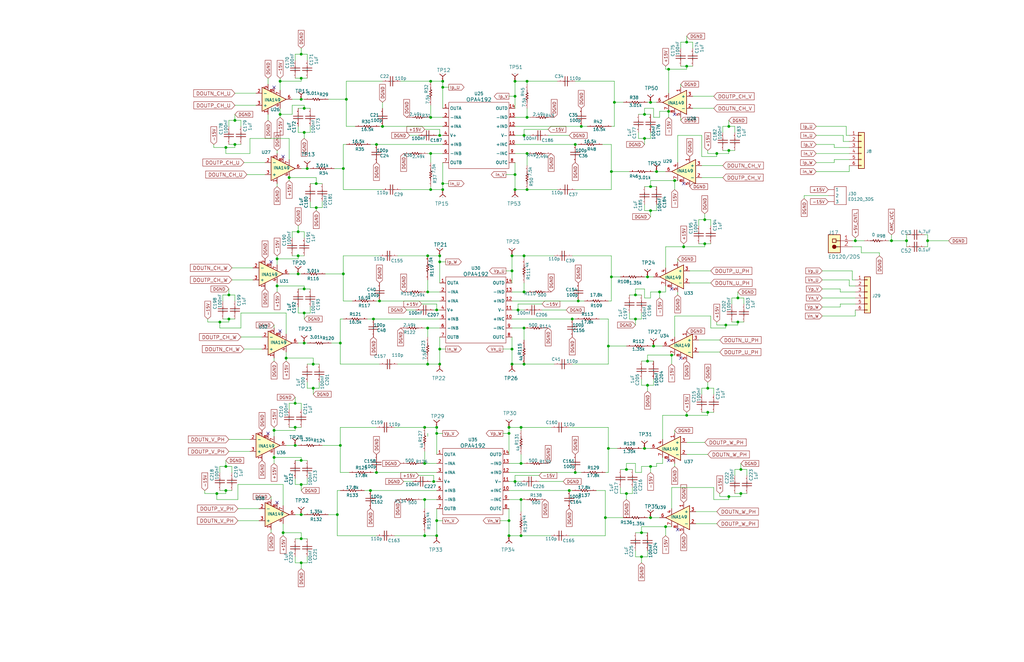
<source format=kicad_sch>
(kicad_sch (version 20210406) (generator eeschema)
  (paper "B")
  (title_block (title "Pg3-Microcontroller-SchDoc") (date "29 01 2021"))
  (lib_symbols
    (symbol "Connector_Generic:Conn_01x06" (pin_names (offset 1.016) hide)
      (property "Reference" "J" (at 0 7.62 0))
      (property "Value" "Conn_01x06" (at 0 -10.16 0))
      (symbol "Conn_01x06_1_1"
        (pin passive line (at -5.08 5.08 0) (length 3.81) (name "Pin_1") (number "1"))
        (pin passive line (at -5.08 2.54 0) (length 3.81) (name "Pin_2") (number "2"))
        (pin passive line (at -5.08 0 0) (length 3.81) (name "Pin_3") (number "3"))
        (pin passive line (at -5.08 -2.54 0) (length 3.81) (name "Pin_4") (number "4"))
        (pin passive line (at -5.08 -5.08 0) (length 3.81) (name "Pin_5") (number "5"))
        (pin passive line (at -5.08 -7.62 0) (length 3.81) (name "Pin_6") (number "6"))
      )
    )
    (symbol "New_Library_0:ED120_3DS"
      (property "Reference" "J" (at 5.08 1.27 0))
      (property "Value" "ED120_3DS" (at 1.27 -1.27 0))
      (symbol "ED120_3DS_1_1"
        (pin input line (at -3.81 6.35 0) (length 2.54) (name "1") (number ""))
        (pin input line (at -3.81 3.81 0) (length 2.54) (name "2") (number ""))
        (pin input line (at -3.81 1.27 0) (length 2.54) (name "3") (number ""))
      )
    )
    (symbol "New_Library_0:INA149_1"
      (property "Reference" "U" (at 15.24 -1.27 0))
      (property "Value" "INA149" (at 8.89 1.27 0))
      (symbol "INA149_1_1_1"
        (pin input line (at 7.62 -5.08 90) (length 2.54) (name "") (number "1"))
        (pin input line (at 2.54 3.81 0) (length 2.54) (name "-") (number "2"))
        (pin input line (at 2.54 -1.27 0) (length 2.54) (name "+") (number "3"))
        (pin input line (at 12.7 -2.54 90) (length 2.54) (name "") (number "4"))
        (pin input line (at 7.62 7.62 270) (length 2.54) (name "") (number "5"))
        (pin output line (at 17.78 1.27 180) (length 2.54) (name "") (number "6"))
        (pin input line (at 12.7 5.08 270) (length 2.54) (name "") (number "7"))
        (pin input line (at 10.16 6.35 270) (length 2.54) (name "") (number "8"))
      )
    )
    (symbol "New_Library_0:OPA4192"
      (property "Reference" "U" (at 20.32 -19.05 0))
      (property "Value" "OPA4192" (at 5.08 -5.08 0))
      (symbol "OPA4192_1_1"
        (pin output line (at -10.16 6.35 0) (length 2.54) (name "OUTA") (number "1"))
        (pin input line (at 20.32 -8.89 180) (length 2.54) (name "+INC") (number "10"))
        (pin input line (at 20.32 -5.08 180) (length 2.54) (name "V-") (number "11"))
        (pin input line (at 20.32 -1.27 180) (length 2.54) (name "+IND") (number "12"))
        (pin input line (at 20.32 2.54 180) (length 2.54) (name "-IND") (number "13"))
        (pin output line (at 20.32 6.35 180) (length 2.54) (name "OUTD") (number "14"))
        (pin input line (at -10.16 2.54 0) (length 2.54) (name "-INA") (number "2"))
        (pin input line (at -10.16 -1.27 0) (length 2.54) (name "+INA") (number "3"))
        (pin input line (at -10.16 -5.08 0) (length 2.54) (name "V+") (number "4"))
        (pin input line (at -10.16 -8.89 0) (length 2.54) (name "+INB") (number "5"))
        (pin input line (at -10.16 -12.7 0) (length 2.54) (name "-INB") (number "6"))
        (pin output line (at -10.16 -16.51 0) (length 2.54) (name "OUTB") (number "7"))
        (pin output line (at 20.32 -16.51 180) (length 2.54) (name "OUTC") (number "8"))
        (pin input line (at 20.32 -12.7 180) (length 2.54) (name "-INC") (number "9"))
      )
    )
    (symbol "Pg3-Microcontroller-SchDoc-rescue:C0603C101J5GAC-" (pin_names (offset 1.016))
      (property "Reference" "C" (at 2.286 -2.286 0))
      (property "Value" "C0603C101J5GAC-" (at 0 0 0))
      (symbol "C0603C101J5GAC-_0_1"
        (pin passive line (at 5.08 0 180) (length 2.54) (name "1") (number "1"))
        (pin passive line (at -2.54 0 0) (length 2.54) (name "2") (number "2"))
      )
    )
    (symbol "Pg3-Microcontroller-SchDoc-rescue:RG1608P-102-B-T5-" (pin_names (offset 1.016))
      (property "Reference" "R" (at -5.08 0 0))
      (property "Value" "RG1608P-102-B-T5-" (at 0 0 0))
      (symbol "RG1608P-102-B-T5-_0_1"
        (pin passive line (at -5.08 0 0) (length 2.54) (name "1") (number "1"))
        (pin passive line (at 5.08 0 180) (length 2.54) (name "2") (number "2"))
      )
    )
    (symbol "Pg4-Current--signal-condtioning-SchDoc-rescue:GMK325AB7106MM-T-" (pin_names (offset 1.016))
      (property "Reference" "C" (at -6.35 0 0))
      (property "Value" "GMK325AB7106MM-T-" (at 0 0 0))
      (symbol "GMK325AB7106MM-T-_0_1"
        (pin passive line (at 5.08 0 180) (length 2.54) (name "1") (number "1"))
        (pin passive line (at -2.54 0 0) (length 2.54) (name "2") (number "2"))
      )
    )
    (symbol "Pg8.JTAG-Interface-+-LEDs-+-Decoupling-Capacitors-SchDoc-rescue:ED120_2DS-" (pin_names (offset 1.016))
      (property "Reference" "J" (at -2.54 5.08 0))
      (property "Value" "ED120_2DS-" (at -2.54 -5.08 0))
      (symbol "ED120_2DS-_0_1"
        (pin passive line (at -7.62 2.54 0) (length 5.08) (name "1") (number "1"))
        (pin passive line (at -7.62 0 0) (length 5.08) (name "2") (number "2"))
      )
    )
    (symbol "Pg8.JTAG-Interface-+-LEDs-+-Decoupling-Capacitors-SchDoc-rescue:TP-040_RND-" (pin_names (offset 1.016))
      (property "Reference" "TP" (at -2.54 5.08 0))
      (property "Value" "TP-040_RND-" (at 0 0 0))
      (symbol "TP-040_RND-_0_1"
        (pin passive line (at 0 0 90) (length 2.032) (name "1") (number "1"))
      )
    )
  )
  (junction (at 91.44 208.28) (diameter 1.016))
  (junction (at 92.71 135.89) (diameter 1.016))
  (junction (at 95.25 62.23) (diameter 1.016))
  (junction (at 95.25 196.85) (diameter 1.016))
  (junction (at 95.25 207.01) (diameter 1.016))
  (junction (at 96.52 124.46) (diameter 1.016))
  (junction (at 96.52 134.62) (diameter 1.016))
  (junction (at 99.06 50.8) (diameter 1.016))
  (junction (at 99.06 60.96) (diameter 1.016))
  (junction (at 115.57 181.61) (diameter 1.016))
  (junction (at 115.57 193.04) (diameter 1.016))
  (junction (at 116.84 109.22) (diameter 1.016))
  (junction (at 116.84 120.65) (diameter 1.016))
  (junction (at 118.11 34.29) (diameter 1.016))
  (junction (at 118.11 48.26) (diameter 1.016))
  (junction (at 119.38 224.79) (diameter 1.016))
  (junction (at 120.65 151.13) (diameter 1.016))
  (junction (at 121.92 74.93) (diameter 1.016))
  (junction (at 124.46 170.18) (diameter 1.016))
  (junction (at 124.46 180.34) (diameter 1.016))
  (junction (at 124.46 187.96) (diameter 1.016))
  (junction (at 125.73 97.79) (diameter 1.016))
  (junction (at 125.73 107.95) (diameter 1.016))
  (junction (at 125.73 115.57) (diameter 1.016))
  (junction (at 127 22.86) (diameter 1.016))
  (junction (at 127 33.02) (diameter 1.016))
  (junction (at 127 41.91) (diameter 1.016))
  (junction (at 127 194.31) (diameter 1.016))
  (junction (at 127 204.47) (diameter 1.016))
  (junction (at 127 217.17) (diameter 1.016))
  (junction (at 127 227.33) (diameter 1.016))
  (junction (at 127 237.49) (diameter 1.016))
  (junction (at 128.27 45.72) (diameter 1.016))
  (junction (at 128.27 55.88) (diameter 1.016))
  (junction (at 128.27 121.92) (diameter 1.016))
  (junction (at 128.27 132.08) (diameter 1.016))
  (junction (at 128.27 144.78) (diameter 1.016))
  (junction (at 129.54 71.12) (diameter 1.016))
  (junction (at 132.08 153.67) (diameter 1.016))
  (junction (at 132.08 163.83) (diameter 1.016))
  (junction (at 133.35 77.47) (diameter 1.016))
  (junction (at 133.35 87.63) (diameter 1.016))
  (junction (at 142.24 217.17) (diameter 1.016))
  (junction (at 143.51 144.78) (diameter 1.016))
  (junction (at 143.51 187.96) (diameter 1.016))
  (junction (at 144.78 71.12) (diameter 1.016))
  (junction (at 144.78 115.57) (diameter 1.016))
  (junction (at 146.05 41.91) (diameter 1.016))
  (junction (at 156.21 207.01) (diameter 1.016))
  (junction (at 157.48 134.62) (diameter 1.016))
  (junction (at 158.75 60.96) (diameter 1.016))
  (junction (at 158.75 199.39) (diameter 1.016))
  (junction (at 160.02 127) (diameter 1.016))
  (junction (at 161.29 53.34) (diameter 1.016))
  (junction (at 179.07 180.34) (diameter 1.016))
  (junction (at 179.07 195.58) (diameter 1.016))
  (junction (at 179.07 210.82) (diameter 1.016))
  (junction (at 179.07 226.06) (diameter 1.016))
  (junction (at 180.34 107.95) (diameter 1.016))
  (junction (at 180.34 123.19) (diameter 1.016))
  (junction (at 180.34 138.43) (diameter 1.016))
  (junction (at 180.34 153.67) (diameter 1.016))
  (junction (at 181.61 34.29) (diameter 1.016))
  (junction (at 181.61 49.53) (diameter 1.016))
  (junction (at 181.61 64.77) (diameter 1.016))
  (junction (at 181.61 80.01) (diameter 1.016))
  (junction (at 182.88 203.2) (diameter 1.016))
  (junction (at 184.15 130.81) (diameter 1.016))
  (junction (at 184.15 180.34) (diameter 1.016))
  (junction (at 184.15 182.88) (diameter 1.016))
  (junction (at 184.15 219.71) (diameter 1.016))
  (junction (at 184.15 226.06) (diameter 1.016))
  (junction (at 185.42 57.15) (diameter 1.016))
  (junction (at 185.42 107.95) (diameter 1.016))
  (junction (at 185.42 110.49) (diameter 1.016))
  (junction (at 185.42 147.32) (diameter 1.016))
  (junction (at 185.42 153.67) (diameter 1.016))
  (junction (at 186.69 34.29) (diameter 1.016))
  (junction (at 186.69 36.83) (diameter 1.016))
  (junction (at 186.69 77.47) (diameter 1.016))
  (junction (at 186.69 80.01) (diameter 1.016))
  (junction (at 214.63 180.34) (diameter 1.016))
  (junction (at 214.63 182.88) (diameter 1.016))
  (junction (at 214.63 219.71) (diameter 1.016))
  (junction (at 214.63 226.06) (diameter 1.016))
  (junction (at 215.9 107.95) (diameter 1.016))
  (junction (at 215.9 114.3) (diameter 1.016))
  (junction (at 215.9 147.32) (diameter 1.016))
  (junction (at 215.9 153.67) (diameter 1.016))
  (junction (at 217.17 34.29) (diameter 1.016))
  (junction (at 217.17 40.64) (diameter 1.016))
  (junction (at 217.17 73.66) (diameter 1.016))
  (junction (at 217.17 80.01) (diameter 1.016))
  (junction (at 217.17 203.2) (diameter 1.016))
  (junction (at 218.44 130.81) (diameter 1.016))
  (junction (at 219.71 180.34) (diameter 1.016))
  (junction (at 219.71 195.58) (diameter 1.016))
  (junction (at 219.71 210.82) (diameter 1.016))
  (junction (at 219.71 226.06) (diameter 1.016))
  (junction (at 220.98 57.15) (diameter 1.016))
  (junction (at 220.98 107.95) (diameter 1.016))
  (junction (at 220.98 123.19) (diameter 1.016))
  (junction (at 220.98 138.43) (diameter 1.016))
  (junction (at 220.98 153.67) (diameter 1.016))
  (junction (at 222.25 34.29) (diameter 1.016))
  (junction (at 222.25 49.53) (diameter 1.016))
  (junction (at 222.25 64.77) (diameter 1.016))
  (junction (at 222.25 80.01) (diameter 1.016))
  (junction (at 240.03 207.01) (diameter 1.016))
  (junction (at 241.3 134.62) (diameter 1.016))
  (junction (at 242.57 60.96) (diameter 1.016))
  (junction (at 242.57 199.39) (diameter 1.016))
  (junction (at 243.84 127) (diameter 1.016))
  (junction (at 245.11 53.34) (diameter 1.016))
  (junction (at 255.27 218.44) (diameter 1.016))
  (junction (at 256.54 146.05) (diameter 1.016))
  (junction (at 256.54 189.23) (diameter 1.016))
  (junction (at 257.81 72.39) (diameter 1.016))
  (junction (at 257.81 116.84) (diameter 1.016))
  (junction (at 259.08 43.18) (diameter 1.016))
  (junction (at 264.16 198.12) (diameter 1.016))
  (junction (at 264.16 208.28) (diameter 1.016))
  (junction (at 267.97 124.46) (diameter 1.016))
  (junction (at 267.97 134.62) (diameter 1.016))
  (junction (at 270.51 224.79) (diameter 1.016))
  (junction (at 270.51 234.95) (diameter 1.016))
  (junction (at 271.78 48.26) (diameter 1.016))
  (junction (at 271.78 58.42) (diameter 1.016))
  (junction (at 271.78 189.23) (diameter 1.016))
  (junction (at 273.05 116.84) (diameter 1.016))
  (junction (at 273.05 152.4) (diameter 1.016))
  (junction (at 273.05 162.56) (diameter 1.016))
  (junction (at 274.32 43.18) (diameter 1.016))
  (junction (at 274.32 78.74) (diameter 1.016))
  (junction (at 274.32 88.9) (diameter 1.016))
  (junction (at 274.32 196.85) (diameter 1.016))
  (junction (at 274.32 218.44) (diameter 1.016))
  (junction (at 275.59 146.05) (diameter 1.016))
  (junction (at 276.86 72.39) (diameter 1.016))
  (junction (at 278.13 123.19) (diameter 1.016))
  (junction (at 280.67 222.25) (diameter 1.016))
  (junction (at 281.94 29.21) (diameter 1.016))
  (junction (at 281.94 46.99) (diameter 1.016))
  (junction (at 283.21 149.86) (diameter 1.016))
  (junction (at 284.48 76.2) (diameter 1.016))
  (junction (at 288.29 104.14) (diameter 1.016))
  (junction (at 289.56 17.78) (diameter 1.016))
  (junction (at 289.56 27.94) (diameter 1.016))
  (junction (at 289.56 175.26) (diameter 1.016))
  (junction (at 297.18 92.71) (diameter 1.016))
  (junction (at 297.18 102.87) (diameter 1.016))
  (junction (at 298.45 163.83) (diameter 1.016))
  (junction (at 298.45 173.99) (diameter 1.016))
  (junction (at 302.26 64.77) (diameter 1.016))
  (junction (at 306.07 137.16) (diameter 1.016))
  (junction (at 307.34 53.34) (diameter 1.016))
  (junction (at 307.34 63.5) (diameter 1.016))
  (junction (at 307.34 209.55) (diameter 1.016))
  (junction (at 311.15 125.73) (diameter 1.016))
  (junction (at 311.15 135.89) (diameter 1.016))
  (junction (at 312.42 198.12) (diameter 1.016))
  (junction (at 312.42 208.28) (diameter 1.016))
  (junction (at 360.68 101.6) (diameter 1.016))
  (junction (at 375.92 101.6) (diameter 1.016))
  (junction (at 382.27 101.6) (diameter 1.016))
  (junction (at 391.16 101.6) (diameter 1.016))
  (no_connect (at 113.03 182.88))
  (no_connect (at 114.3 110.49))
  (no_connect (at 115.57 36.83))
  (no_connect (at 116.84 212.09))
  (no_connect (at 118.11 139.7))
  (no_connect (at 119.38 66.04))
  (no_connect (at 281.94 194.31))
  (no_connect (at 283.21 121.92))
  (no_connect (at 284.48 48.26))
  (no_connect (at 285.75 223.52))
  (no_connect (at 287.02 151.13))
  (no_connect (at 288.29 77.47))
  (wire (pts (xy 86.36 207.01) (xy 86.36 208.28)))
  (wire (pts (xy 87.63 134.62) (xy 87.63 135.89)))
  (wire (pts (xy 90.17 60.96) (xy 90.17 62.23)))
  (wire (pts (xy 91.44 208.28) (xy 86.36 208.28)))
  (wire (pts (xy 91.44 210.82) (xy 91.44 208.28)))
  (wire (pts (xy 92.71 135.89) (xy 87.63 135.89)))
  (wire (pts (xy 92.71 138.43) (xy 92.71 135.89)))
  (wire (pts (xy 92.71 196.85) (xy 95.25 196.85)))
  (wire (pts (xy 92.71 199.39) (xy 92.71 196.85)))
  (wire (pts (xy 92.71 207.01) (xy 95.25 207.01)))
  (wire (pts (xy 93.98 124.46) (xy 96.52 124.46)))
  (wire (pts (xy 93.98 127) (xy 93.98 124.46)))
  (wire (pts (xy 93.98 134.62) (xy 96.52 134.62)))
  (wire (pts (xy 95.25 62.23) (xy 90.17 62.23)))
  (wire (pts (xy 95.25 64.77) (xy 95.25 62.23)))
  (wire (pts (xy 95.25 194.31) (xy 95.25 196.85)))
  (wire (pts (xy 95.25 196.85) (xy 97.79 196.85)))
  (wire (pts (xy 95.25 207.01) (xy 95.25 208.28)))
  (wire (pts (xy 95.25 207.01) (xy 97.79 207.01)))
  (wire (pts (xy 95.25 208.28) (xy 91.44 208.28)))
  (wire (pts (xy 96.52 50.8) (xy 99.06 50.8)))
  (wire (pts (xy 96.52 53.34) (xy 96.52 50.8)))
  (wire (pts (xy 96.52 60.96) (xy 99.06 60.96)))
  (wire (pts (xy 96.52 121.92) (xy 96.52 124.46)))
  (wire (pts (xy 96.52 124.46) (xy 99.06 124.46)))
  (wire (pts (xy 96.52 134.62) (xy 96.52 135.89)))
  (wire (pts (xy 96.52 134.62) (xy 99.06 134.62)))
  (wire (pts (xy 96.52 135.89) (xy 92.71 135.89)))
  (wire (pts (xy 96.52 185.42) (xy 105.41 185.42)))
  (wire (pts (xy 96.52 190.5) (xy 105.41 190.5)))
  (wire (pts (xy 97.79 113.03) (xy 106.68 113.03)))
  (wire (pts (xy 97.79 118.11) (xy 106.68 118.11)))
  (wire (pts (xy 97.79 196.85) (xy 97.79 199.39)))
  (wire (pts (xy 99.06 39.37) (xy 107.95 39.37)))
  (wire (pts (xy 99.06 44.45) (xy 107.95 44.45)))
  (wire (pts (xy 99.06 48.26) (xy 99.06 50.8)))
  (wire (pts (xy 99.06 50.8) (xy 101.6 50.8)))
  (wire (pts (xy 99.06 60.96) (xy 99.06 62.23)))
  (wire (pts (xy 99.06 60.96) (xy 101.6 60.96)))
  (wire (pts (xy 99.06 62.23) (xy 95.25 62.23)))
  (wire (pts (xy 99.06 124.46) (xy 99.06 127)))
  (wire (pts (xy 100.33 204.47) (xy 100.33 210.82)))
  (wire (pts (xy 100.33 204.47) (xy 119.38 204.47)))
  (wire (pts (xy 100.33 210.82) (xy 91.44 210.82)))
  (wire (pts (xy 100.33 219.71) (xy 109.22 219.71)))
  (wire (pts (xy 101.6 50.8) (xy 101.6 53.34)))
  (wire (pts (xy 101.6 132.08) (xy 101.6 138.43)))
  (wire (pts (xy 101.6 138.43) (xy 92.71 138.43)))
  (wire (pts (xy 105.41 58.42) (xy 105.41 64.77)))
  (wire (pts (xy 105.41 64.77) (xy 95.25 64.77)))
  (wire (pts (xy 109.22 214.63) (xy 100.33 214.63)))
  (wire (pts (xy 110.49 142.24) (xy 101.6 142.24)))
  (wire (pts (xy 110.49 147.32) (xy 102.87 147.32)))
  (wire (pts (xy 111.76 68.58) (xy 102.87 68.58)))
  (wire (pts (xy 111.76 73.66) (xy 104.14 73.66)))
  (wire (pts (xy 113.03 33.02) (xy 113.03 35.56)))
  (wire (pts (xy 113.03 48.26) (xy 113.03 50.8)))
  (wire (pts (xy 114.3 209.55) (xy 114.3 210.82)))
  (wire (pts (xy 114.3 224.79) (xy 114.3 223.52)))
  (wire (pts (xy 115.57 137.16) (xy 115.57 138.43)))
  (wire (pts (xy 115.57 152.4) (xy 115.57 151.13)))
  (wire (pts (xy 115.57 180.34) (xy 115.57 181.61)))
  (wire (pts (xy 115.57 181.61) (xy 115.57 184.15)))
  (wire (pts (xy 115.57 191.77) (xy 115.57 193.04)))
  (wire (pts (xy 115.57 193.04) (xy 115.57 195.58)))
  (wire (pts (xy 115.57 193.04) (xy 127 193.04)))
  (wire (pts (xy 116.84 63.5) (xy 116.84 64.77)))
  (wire (pts (xy 116.84 78.74) (xy 116.84 77.47)))
  (wire (pts (xy 116.84 107.95) (xy 116.84 109.22)))
  (wire (pts (xy 116.84 109.22) (xy 116.84 111.76)))
  (wire (pts (xy 116.84 119.38) (xy 116.84 120.65)))
  (wire (pts (xy 116.84 120.65) (xy 116.84 123.19)))
  (wire (pts (xy 116.84 120.65) (xy 128.27 120.65)))
  (wire (pts (xy 118.11 33.02) (xy 118.11 34.29)))
  (wire (pts (xy 118.11 34.29) (xy 118.11 38.1)))
  (wire (pts (xy 118.11 45.72) (xy 118.11 48.26)))
  (wire (pts (xy 118.11 48.26) (xy 118.11 49.53)))
  (wire (pts (xy 119.38 204.47) (xy 119.38 213.36)))
  (wire (pts (xy 119.38 220.98) (xy 119.38 224.79)))
  (wire (pts (xy 119.38 224.79) (xy 119.38 226.06)))
  (wire (pts (xy 119.38 224.79) (xy 127 224.79)))
  (wire (pts (xy 120.65 132.08) (xy 101.6 132.08)))
  (wire (pts (xy 120.65 132.08) (xy 120.65 140.97)))
  (wire (pts (xy 120.65 148.59) (xy 120.65 151.13)))
  (wire (pts (xy 120.65 152.4) (xy 120.65 151.13)))
  (wire (pts (xy 120.65 187.96) (xy 124.46 187.96)))
  (wire (pts (xy 121.92 58.42) (xy 105.41 58.42)))
  (wire (pts (xy 121.92 58.42) (xy 121.92 67.31)))
  (wire (pts (xy 121.92 76.2) (xy 121.92 74.93)))
  (wire (pts (xy 121.92 115.57) (xy 125.73 115.57)))
  (wire (pts (xy 121.92 170.18) (xy 124.46 170.18)))
  (wire (pts (xy 121.92 172.72) (xy 121.92 170.18)))
  (wire (pts (xy 121.92 180.34) (xy 124.46 180.34)))
  (wire (pts (xy 123.19 41.91) (xy 127 41.91)))
  (wire (pts (xy 123.19 44.45) (xy 123.19 48.26)))
  (wire (pts (xy 123.19 48.26) (xy 118.11 48.26)))
  (wire (pts (xy 123.19 97.79) (xy 125.73 97.79)))
  (wire (pts (xy 123.19 100.33) (xy 123.19 97.79)))
  (wire (pts (xy 123.19 107.95) (xy 125.73 107.95)))
  (wire (pts (xy 124.46 22.86) (xy 127 22.86)))
  (wire (pts (xy 124.46 25.4) (xy 124.46 22.86)))
  (wire (pts (xy 124.46 33.02) (xy 127 33.02)))
  (wire (pts (xy 124.46 167.64) (xy 124.46 170.18)))
  (wire (pts (xy 124.46 170.18) (xy 127 170.18)))
  (wire (pts (xy 124.46 180.34) (xy 124.46 181.61)))
  (wire (pts (xy 124.46 180.34) (xy 127 180.34)))
  (wire (pts (xy 124.46 181.61) (xy 115.57 181.61)))
  (wire (pts (xy 124.46 187.96) (xy 125.73 187.96)))
  (wire (pts (xy 124.46 204.47) (xy 124.46 201.93)))
  (wire (pts (xy 124.46 237.49) (xy 124.46 234.95)))
  (wire (pts (xy 125.73 55.88) (xy 125.73 53.34)))
  (wire (pts (xy 125.73 95.25) (xy 125.73 97.79)))
  (wire (pts (xy 125.73 97.79) (xy 128.27 97.79)))
  (wire (pts (xy 125.73 107.95) (xy 125.73 109.22)))
  (wire (pts (xy 125.73 107.95) (xy 128.27 107.95)))
  (wire (pts (xy 125.73 109.22) (xy 116.84 109.22)))
  (wire (pts (xy 125.73 115.57) (xy 127 115.57)))
  (wire (pts (xy 125.73 132.08) (xy 125.73 129.54)))
  (wire (pts (xy 127 20.32) (xy 127 22.86)))
  (wire (pts (xy 127 22.86) (xy 129.54 22.86)))
  (wire (pts (xy 127 33.02) (xy 127 34.29)))
  (wire (pts (xy 127 33.02) (xy 129.54 33.02)))
  (wire (pts (xy 127 34.29) (xy 118.11 34.29)))
  (wire (pts (xy 127 41.91) (xy 128.27 41.91)))
  (wire (pts (xy 127 170.18) (xy 127 172.72)))
  (wire (pts (xy 127 194.31) (xy 124.46 194.31)))
  (wire (pts (xy 127 194.31) (xy 127 193.04)))
  (wire (pts (xy 127 204.47) (xy 124.46 204.47)))
  (wire (pts (xy 127 207.01) (xy 127 204.47)))
  (wire (pts (xy 127 217.17) (xy 124.46 217.17)))
  (wire (pts (xy 127 224.79) (xy 127 227.33)))
  (wire (pts (xy 127 227.33) (xy 124.46 227.33)))
  (wire (pts (xy 127 237.49) (xy 124.46 237.49)))
  (wire (pts (xy 127 240.03) (xy 127 237.49)))
  (wire (pts (xy 128.27 44.45) (xy 123.19 44.45)))
  (wire (pts (xy 128.27 45.72) (xy 125.73 45.72)))
  (wire (pts (xy 128.27 45.72) (xy 128.27 44.45)))
  (wire (pts (xy 128.27 55.88) (xy 125.73 55.88)))
  (wire (pts (xy 128.27 58.42) (xy 128.27 55.88)))
  (wire (pts (xy 128.27 97.79) (xy 128.27 100.33)))
  (wire (pts (xy 128.27 121.92) (xy 125.73 121.92)))
  (wire (pts (xy 128.27 121.92) (xy 128.27 120.65)))
  (wire (pts (xy 128.27 132.08) (xy 125.73 132.08)))
  (wire (pts (xy 128.27 134.62) (xy 128.27 132.08)))
  (wire (pts (xy 128.27 144.78) (xy 125.73 144.78)))
  (wire (pts (xy 128.27 217.17) (xy 127 217.17)))
  (wire (pts (xy 129.54 22.86) (xy 129.54 25.4)))
  (wire (pts (xy 129.54 71.12) (xy 127 71.12)))
  (wire (pts (xy 129.54 144.78) (xy 128.27 144.78)))
  (wire (pts (xy 129.54 163.83) (xy 129.54 161.29)))
  (wire (pts (xy 129.54 194.31) (xy 127 194.31)))
  (wire (pts (xy 129.54 201.93) (xy 129.54 204.47)))
  (wire (pts (xy 129.54 204.47) (xy 127 204.47)))
  (wire (pts (xy 129.54 227.33) (xy 127 227.33)))
  (wire (pts (xy 129.54 234.95) (xy 129.54 237.49)))
  (wire (pts (xy 129.54 237.49) (xy 127 237.49)))
  (wire (pts (xy 130.81 45.72) (xy 128.27 45.72)))
  (wire (pts (xy 130.81 53.34) (xy 130.81 55.88)))
  (wire (pts (xy 130.81 55.88) (xy 128.27 55.88)))
  (wire (pts (xy 130.81 71.12) (xy 129.54 71.12)))
  (wire (pts (xy 130.81 87.63) (xy 130.81 85.09)))
  (wire (pts (xy 130.81 87.63) (xy 133.35 87.63)))
  (wire (pts (xy 130.81 121.92) (xy 128.27 121.92)))
  (wire (pts (xy 130.81 129.54) (xy 130.81 132.08)))
  (wire (pts (xy 130.81 132.08) (xy 128.27 132.08)))
  (wire (pts (xy 132.08 151.13) (xy 120.65 151.13)))
  (wire (pts (xy 132.08 151.13) (xy 132.08 153.67)))
  (wire (pts (xy 132.08 153.67) (xy 129.54 153.67)))
  (wire (pts (xy 132.08 163.83) (xy 129.54 163.83)))
  (wire (pts (xy 132.08 166.37) (xy 132.08 163.83)))
  (wire (pts (xy 133.35 74.93) (xy 121.92 74.93)))
  (wire (pts (xy 133.35 74.93) (xy 133.35 77.47)))
  (wire (pts (xy 133.35 77.47) (xy 130.81 77.47)))
  (wire (pts (xy 133.35 87.63) (xy 133.35 88.9)))
  (wire (pts (xy 133.35 87.63) (xy 135.89 87.63)))
  (wire (pts (xy 134.62 153.67) (xy 132.08 153.67)))
  (wire (pts (xy 134.62 161.29) (xy 134.62 163.83)))
  (wire (pts (xy 134.62 163.83) (xy 132.08 163.83)))
  (wire (pts (xy 135.89 77.47) (xy 133.35 77.47)))
  (wire (pts (xy 135.89 85.09) (xy 135.89 87.63)))
  (wire (pts (xy 135.89 187.96) (xy 143.51 187.96)))
  (wire (pts (xy 137.16 115.57) (xy 144.78 115.57)))
  (wire (pts (xy 138.43 41.91) (xy 146.05 41.91)))
  (wire (pts (xy 142.24 217.17) (xy 138.43 217.17)))
  (wire (pts (xy 142.24 217.17) (xy 142.24 207.01)))
  (wire (pts (xy 142.24 226.06) (xy 142.24 217.17)))
  (wire (pts (xy 143.51 144.78) (xy 139.7 144.78)))
  (wire (pts (xy 143.51 144.78) (xy 143.51 134.62)))
  (wire (pts (xy 143.51 153.67) (xy 143.51 144.78)))
  (wire (pts (xy 143.51 180.34) (xy 143.51 187.96)))
  (wire (pts (xy 143.51 187.96) (xy 143.51 199.39)))
  (wire (pts (xy 143.51 199.39) (xy 147.32 199.39)))
  (wire (pts (xy 143.51 207.01) (xy 142.24 207.01)))
  (wire (pts (xy 144.78 71.12) (xy 140.97 71.12)))
  (wire (pts (xy 144.78 71.12) (xy 144.78 60.96)))
  (wire (pts (xy 144.78 80.01) (xy 144.78 71.12)))
  (wire (pts (xy 144.78 107.95) (xy 144.78 115.57)))
  (wire (pts (xy 144.78 115.57) (xy 144.78 127)))
  (wire (pts (xy 144.78 127) (xy 148.59 127)))
  (wire (pts (xy 144.78 134.62) (xy 143.51 134.62)))
  (wire (pts (xy 146.05 34.29) (xy 146.05 41.91)))
  (wire (pts (xy 146.05 41.91) (xy 146.05 53.34)))
  (wire (pts (xy 146.05 53.34) (xy 149.86 53.34)))
  (wire (pts (xy 146.05 60.96) (xy 144.78 60.96)))
  (wire (pts (xy 156.21 207.01) (xy 153.67 207.01)))
  (wire (pts (xy 157.48 134.62) (xy 154.94 134.62)))
  (wire (pts (xy 157.48 199.39) (xy 158.75 199.39)))
  (wire (pts (xy 158.75 60.96) (xy 156.21 60.96)))
  (wire (pts (xy 158.75 60.96) (xy 186.69 60.96)))
  (wire (pts (xy 158.75 127) (xy 160.02 127)))
  (wire (pts (xy 158.75 180.34) (xy 143.51 180.34)))
  (wire (pts (xy 158.75 199.39) (xy 184.15 199.39)))
  (wire (pts (xy 158.75 226.06) (xy 142.24 226.06)))
  (wire (pts (xy 160.02 53.34) (xy 161.29 53.34)))
  (wire (pts (xy 160.02 107.95) (xy 144.78 107.95)))
  (wire (pts (xy 160.02 127) (xy 185.42 127)))
  (wire (pts (xy 160.02 153.67) (xy 143.51 153.67)))
  (wire (pts (xy 161.29 34.29) (xy 146.05 34.29)))
  (wire (pts (xy 161.29 43.18) (xy 161.29 45.72)))
  (wire (pts (xy 161.29 53.34) (xy 186.69 53.34)))
  (wire (pts (xy 161.29 80.01) (xy 144.78 80.01)))
  (wire (pts (xy 166.37 180.34) (xy 179.07 180.34)))
  (wire (pts (xy 166.37 226.06) (xy 179.07 226.06)))
  (wire (pts (xy 167.64 107.95) (xy 180.34 107.95)))
  (wire (pts (xy 167.64 153.67) (xy 180.34 153.67)))
  (wire (pts (xy 168.91 34.29) (xy 181.61 34.29)))
  (wire (pts (xy 168.91 80.01) (xy 181.61 80.01)))
  (wire (pts (xy 170.18 203.2) (xy 173.99 203.2)))
  (wire (pts (xy 171.45 130.81) (xy 175.26 130.81)))
  (wire (pts (xy 172.72 57.15) (xy 176.53 57.15)))
  (wire (pts (xy 176.53 200.66) (xy 182.88 200.66)))
  (wire (pts (xy 177.8 128.27) (xy 184.15 128.27)))
  (wire (pts (xy 179.07 54.61) (xy 185.42 54.61)))
  (wire (pts (xy 179.07 180.34) (xy 184.15 180.34)))
  (wire (pts (xy 179.07 190.5) (xy 179.07 195.58)))
  (wire (pts (xy 179.07 195.58) (xy 184.15 195.58)))
  (wire (pts (xy 179.07 210.82) (xy 177.8 210.82)))
  (wire (pts (xy 179.07 214.63) (xy 179.07 210.82)))
  (wire (pts (xy 179.07 226.06) (xy 179.07 224.79)))
  (wire (pts (xy 179.07 226.06) (xy 184.15 226.06)))
  (wire (pts (xy 180.34 107.95) (xy 185.42 107.95)))
  (wire (pts (xy 180.34 118.11) (xy 180.34 123.19)))
  (wire (pts (xy 180.34 123.19) (xy 185.42 123.19)))
  (wire (pts (xy 180.34 138.43) (xy 179.07 138.43)))
  (wire (pts (xy 180.34 142.24) (xy 180.34 138.43)))
  (wire (pts (xy 180.34 153.67) (xy 180.34 152.4)))
  (wire (pts (xy 180.34 153.67) (xy 185.42 153.67)))
  (wire (pts (xy 180.34 182.88) (xy 180.34 184.15)))
  (wire (pts (xy 181.61 34.29) (xy 186.69 34.29)))
  (wire (pts (xy 181.61 44.45) (xy 181.61 49.53)))
  (wire (pts (xy 181.61 49.53) (xy 186.69 49.53)))
  (wire (pts (xy 181.61 64.77) (xy 180.34 64.77)))
  (wire (pts (xy 181.61 64.77) (xy 186.69 64.77)))
  (wire (pts (xy 181.61 68.58) (xy 181.61 64.77)))
  (wire (pts (xy 181.61 80.01) (xy 181.61 78.74)))
  (wire (pts (xy 181.61 80.01) (xy 186.69 80.01)))
  (wire (pts (xy 181.61 203.2) (xy 182.88 203.2)))
  (wire (pts (xy 182.88 130.81) (xy 184.15 130.81)))
  (wire (pts (xy 182.88 200.66) (xy 182.88 203.2)))
  (wire (pts (xy 182.88 203.2) (xy 184.15 203.2)))
  (wire (pts (xy 184.15 57.15) (xy 185.42 57.15)))
  (wire (pts (xy 184.15 128.27) (xy 184.15 130.81)))
  (wire (pts (xy 184.15 130.81) (xy 185.42 130.81)))
  (wire (pts (xy 184.15 180.34) (xy 184.15 182.88)))
  (wire (pts (xy 184.15 182.88) (xy 184.15 191.77)))
  (wire (pts (xy 184.15 182.88) (xy 186.69 182.88)))
  (wire (pts (xy 184.15 207.01) (xy 156.21 207.01)))
  (wire (pts (xy 184.15 210.82) (xy 179.07 210.82)))
  (wire (pts (xy 184.15 219.71) (xy 184.15 214.63)))
  (wire (pts (xy 184.15 219.71) (xy 186.69 219.71)))
  (wire (pts (xy 184.15 226.06) (xy 184.15 219.71)))
  (wire (pts (xy 185.42 54.61) (xy 185.42 57.15)))
  (wire (pts (xy 185.42 57.15) (xy 186.69 57.15)))
  (wire (pts (xy 185.42 107.95) (xy 185.42 110.49)))
  (wire (pts (xy 185.42 110.49) (xy 185.42 119.38)))
  (wire (pts (xy 185.42 110.49) (xy 187.96 110.49)))
  (wire (pts (xy 185.42 134.62) (xy 157.48 134.62)))
  (wire (pts (xy 185.42 138.43) (xy 180.34 138.43)))
  (wire (pts (xy 185.42 142.24) (xy 185.42 147.32)))
  (wire (pts (xy 185.42 147.32) (xy 185.42 153.67)))
  (wire (pts (xy 185.42 147.32) (xy 187.96 147.32)))
  (wire (pts (xy 186.69 34.29) (xy 186.69 36.83)))
  (wire (pts (xy 186.69 36.83) (xy 186.69 45.72)))
  (wire (pts (xy 186.69 36.83) (xy 189.23 36.83)))
  (wire (pts (xy 186.69 77.47) (xy 186.69 68.58)))
  (wire (pts (xy 186.69 80.01) (xy 186.69 77.47)))
  (wire (pts (xy 189.23 77.47) (xy 186.69 77.47)))
  (wire (pts (xy 210.82 219.71) (xy 214.63 219.71)))
  (wire (pts (xy 212.09 147.32) (xy 215.9 147.32)))
  (wire (pts (xy 212.09 182.88) (xy 214.63 182.88)))
  (wire (pts (xy 213.36 73.66) (xy 217.17 73.66)))
  (wire (pts (xy 214.63 180.34) (xy 214.63 182.88)))
  (wire (pts (xy 214.63 182.88) (xy 214.63 191.77)))
  (wire (pts (xy 214.63 195.58) (xy 219.71 195.58)))
  (wire (pts (xy 214.63 199.39) (xy 242.57 199.39)))
  (wire (pts (xy 214.63 203.2) (xy 217.17 203.2)))
  (wire (pts (xy 214.63 219.71) (xy 214.63 214.63)))
  (wire (pts (xy 214.63 226.06) (xy 214.63 219.71)))
  (wire (pts (xy 215.9 107.95) (xy 215.9 114.3)))
  (wire (pts (xy 215.9 114.3) (xy 213.36 114.3)))
  (wire (pts (xy 215.9 114.3) (xy 215.9 119.38)))
  (wire (pts (xy 215.9 123.19) (xy 220.98 123.19)))
  (wire (pts (xy 215.9 127) (xy 243.84 127)))
  (wire (pts (xy 215.9 130.81) (xy 218.44 130.81)))
  (wire (pts (xy 215.9 147.32) (xy 215.9 142.24)))
  (wire (pts (xy 215.9 153.67) (xy 215.9 147.32)))
  (wire (pts (xy 215.9 153.67) (xy 220.98 153.67)))
  (wire (pts (xy 217.17 34.29) (xy 217.17 40.64)))
  (wire (pts (xy 217.17 40.64) (xy 214.63 40.64)))
  (wire (pts (xy 217.17 40.64) (xy 217.17 45.72)))
  (wire (pts (xy 217.17 49.53) (xy 222.25 49.53)))
  (wire (pts (xy 217.17 57.15) (xy 220.98 57.15)))
  (wire (pts (xy 217.17 73.66) (xy 217.17 68.58)))
  (wire (pts (xy 217.17 80.01) (xy 217.17 73.66)))
  (wire (pts (xy 217.17 200.66) (xy 217.17 203.2)))
  (wire (pts (xy 217.17 203.2) (xy 219.71 203.2)))
  (wire (pts (xy 218.44 128.27) (xy 218.44 130.81)))
  (wire (pts (xy 218.44 130.81) (xy 220.98 130.81)))
  (wire (pts (xy 219.71 180.34) (xy 214.63 180.34)))
  (wire (pts (xy 219.71 180.34) (xy 219.71 181.61)))
  (wire (pts (xy 219.71 191.77) (xy 219.71 195.58)))
  (wire (pts (xy 219.71 195.58) (xy 220.98 195.58)))
  (wire (pts (xy 219.71 210.82) (xy 214.63 210.82)))
  (wire (pts (xy 219.71 215.9) (xy 219.71 210.82)))
  (wire (pts (xy 219.71 226.06) (xy 214.63 226.06)))
  (wire (pts (xy 220.98 54.61) (xy 220.98 57.15)))
  (wire (pts (xy 220.98 57.15) (xy 223.52 57.15)))
  (wire (pts (xy 220.98 107.95) (xy 215.9 107.95)))
  (wire (pts (xy 220.98 107.95) (xy 220.98 109.22)))
  (wire (pts (xy 220.98 119.38) (xy 220.98 123.19)))
  (wire (pts (xy 220.98 123.19) (xy 222.25 123.19)))
  (wire (pts (xy 220.98 138.43) (xy 215.9 138.43)))
  (wire (pts (xy 220.98 143.51) (xy 220.98 138.43)))
  (wire (pts (xy 220.98 153.67) (xy 233.68 153.67)))
  (wire (pts (xy 222.25 34.29) (xy 217.17 34.29)))
  (wire (pts (xy 222.25 34.29) (xy 222.25 35.56)))
  (wire (pts (xy 222.25 45.72) (xy 222.25 49.53)))
  (wire (pts (xy 222.25 49.53) (xy 223.52 49.53)))
  (wire (pts (xy 222.25 64.77) (xy 217.17 64.77)))
  (wire (pts (xy 222.25 69.85) (xy 222.25 64.77)))
  (wire (pts (xy 222.25 80.01) (xy 217.17 80.01)))
  (wire (pts (xy 227.33 200.66) (xy 217.17 200.66)))
  (wire (pts (xy 227.33 203.2) (xy 237.49 203.2)))
  (wire (pts (xy 228.6 128.27) (xy 218.44 128.27)))
  (wire (pts (xy 228.6 130.81) (xy 238.76 130.81)))
  (wire (pts (xy 231.14 54.61) (xy 220.98 54.61)))
  (wire (pts (xy 231.14 57.15) (xy 240.03 57.15)))
  (wire (pts (xy 232.41 180.34) (xy 219.71 180.34)))
  (wire (pts (xy 232.41 226.06) (xy 219.71 226.06)))
  (wire (pts (xy 233.68 107.95) (xy 220.98 107.95)))
  (wire (pts (xy 234.95 34.29) (xy 222.25 34.29)))
  (wire (pts (xy 234.95 80.01) (xy 222.25 80.01)))
  (wire (pts (xy 240.03 180.34) (xy 256.54 180.34)))
  (wire (pts (xy 240.03 207.01) (xy 214.63 207.01)))
  (wire (pts (xy 240.03 226.06) (xy 255.27 226.06)))
  (wire (pts (xy 241.3 107.95) (xy 257.81 107.95)))
  (wire (pts (xy 241.3 134.62) (xy 215.9 134.62)))
  (wire (pts (xy 241.3 153.67) (xy 256.54 153.67)))
  (wire (pts (xy 241.3 207.01) (xy 240.03 207.01)))
  (wire (pts (xy 242.57 34.29) (xy 259.08 34.29)))
  (wire (pts (xy 242.57 60.96) (xy 217.17 60.96)))
  (wire (pts (xy 242.57 80.01) (xy 257.81 80.01)))
  (wire (pts (xy 242.57 134.62) (xy 241.3 134.62)))
  (wire (pts (xy 242.57 199.39) (xy 245.11 199.39)))
  (wire (pts (xy 243.84 60.96) (xy 242.57 60.96)))
  (wire (pts (xy 243.84 127) (xy 246.38 127)))
  (wire (pts (xy 245.11 53.34) (xy 217.17 53.34)))
  (wire (pts (xy 245.11 53.34) (xy 247.65 53.34)))
  (wire (pts (xy 255.27 199.39) (xy 256.54 199.39)))
  (wire (pts (xy 255.27 207.01) (xy 251.46 207.01)))
  (wire (pts (xy 255.27 218.44) (xy 255.27 207.01)))
  (wire (pts (xy 255.27 226.06) (xy 255.27 218.44)))
  (wire (pts (xy 256.54 127) (xy 257.81 127)))
  (wire (pts (xy 256.54 134.62) (xy 252.73 134.62)))
  (wire (pts (xy 256.54 146.05) (xy 256.54 134.62)))
  (wire (pts (xy 256.54 153.67) (xy 256.54 146.05)))
  (wire (pts (xy 256.54 180.34) (xy 256.54 189.23)))
  (wire (pts (xy 256.54 189.23) (xy 256.54 199.39)))
  (wire (pts (xy 256.54 189.23) (xy 260.35 189.23)))
  (wire (pts (xy 257.81 53.34) (xy 259.08 53.34)))
  (wire (pts (xy 257.81 60.96) (xy 254 60.96)))
  (wire (pts (xy 257.81 72.39) (xy 257.81 60.96)))
  (wire (pts (xy 257.81 80.01) (xy 257.81 72.39)))
  (wire (pts (xy 257.81 107.95) (xy 257.81 116.84)))
  (wire (pts (xy 257.81 116.84) (xy 257.81 127)))
  (wire (pts (xy 257.81 116.84) (xy 261.62 116.84)))
  (wire (pts (xy 259.08 34.29) (xy 259.08 43.18)))
  (wire (pts (xy 259.08 43.18) (xy 259.08 53.34)))
  (wire (pts (xy 259.08 43.18) (xy 262.89 43.18)))
  (wire (pts (xy 261.62 208.28) (xy 261.62 205.74)))
  (wire (pts (xy 261.62 208.28) (xy 264.16 208.28)))
  (wire (pts (xy 262.89 218.44) (xy 255.27 218.44)))
  (wire (pts (xy 264.16 146.05) (xy 256.54 146.05)))
  (wire (pts (xy 264.16 195.58) (xy 264.16 198.12)))
  (wire (pts (xy 264.16 198.12) (xy 261.62 198.12)))
  (wire (pts (xy 264.16 198.12) (xy 266.7 198.12)))
  (wire (pts (xy 264.16 208.28) (xy 264.16 210.82)))
  (wire (pts (xy 264.16 208.28) (xy 266.7 208.28)))
  (wire (pts (xy 265.43 72.39) (xy 257.81 72.39)))
  (wire (pts (xy 265.43 134.62) (xy 265.43 132.08)))
  (wire (pts (xy 265.43 134.62) (xy 267.97 134.62)))
  (wire (pts (xy 266.7 205.74) (xy 266.7 208.28)))
  (wire (pts (xy 267.97 121.92) (xy 267.97 124.46)))
  (wire (pts (xy 267.97 124.46) (xy 265.43 124.46)))
  (wire (pts (xy 267.97 124.46) (xy 270.51 124.46)))
  (wire (pts (xy 267.97 134.62) (xy 267.97 137.16)))
  (wire (pts (xy 267.97 134.62) (xy 270.51 134.62)))
  (wire (pts (xy 267.97 195.58) (xy 264.16 195.58)))
  (wire (pts (xy 267.97 199.39) (xy 267.97 195.58)))
  (wire (pts (xy 267.97 234.95) (xy 267.97 232.41)))
  (wire (pts (xy 267.97 234.95) (xy 270.51 234.95)))
  (wire (pts (xy 269.24 58.42) (xy 269.24 55.88)))
  (wire (pts (xy 269.24 58.42) (xy 271.78 58.42)))
  (wire (pts (xy 270.51 132.08) (xy 270.51 134.62)))
  (wire (pts (xy 270.51 162.56) (xy 270.51 160.02)))
  (wire (pts (xy 270.51 162.56) (xy 273.05 162.56)))
  (wire (pts (xy 270.51 189.23) (xy 271.78 189.23)))
  (wire (pts (xy 270.51 196.85) (xy 270.51 199.39)))
  (wire (pts (xy 270.51 196.85) (xy 274.32 196.85)))
  (wire (pts (xy 270.51 199.39) (xy 267.97 199.39)))
  (wire (pts (xy 270.51 222.25) (xy 270.51 224.79)))
  (wire (pts (xy 270.51 222.25) (xy 280.67 222.25)))
  (wire (pts (xy 270.51 224.79) (xy 267.97 224.79)))
  (wire (pts (xy 270.51 224.79) (xy 273.05 224.79)))
  (wire (pts (xy 270.51 234.95) (xy 270.51 237.49)))
  (wire (pts (xy 270.51 234.95) (xy 273.05 234.95)))
  (wire (pts (xy 271.78 45.72) (xy 271.78 48.26)))
  (wire (pts (xy 271.78 48.26) (xy 269.24 48.26)))
  (wire (pts (xy 271.78 48.26) (xy 274.32 48.26)))
  (wire (pts (xy 271.78 58.42) (xy 271.78 60.96)))
  (wire (pts (xy 271.78 58.42) (xy 274.32 58.42)))
  (wire (pts (xy 271.78 88.9) (xy 271.78 86.36)))
  (wire (pts (xy 271.78 88.9) (xy 274.32 88.9)))
  (wire (pts (xy 271.78 116.84) (xy 273.05 116.84)))
  (wire (pts (xy 271.78 121.92) (xy 267.97 121.92)))
  (wire (pts (xy 271.78 125.73) (xy 271.78 121.92)))
  (wire (pts (xy 271.78 189.23) (xy 274.32 189.23)))
  (wire (pts (xy 273.05 43.18) (xy 274.32 43.18)))
  (wire (pts (xy 273.05 116.84) (xy 275.59 116.84)))
  (wire (pts (xy 273.05 149.86) (xy 273.05 152.4)))
  (wire (pts (xy 273.05 149.86) (xy 283.21 149.86)))
  (wire (pts (xy 273.05 152.4) (xy 270.51 152.4)))
  (wire (pts (xy 273.05 152.4) (xy 275.59 152.4)))
  (wire (pts (xy 273.05 162.56) (xy 273.05 165.1)))
  (wire (pts (xy 273.05 162.56) (xy 275.59 162.56)))
  (wire (pts (xy 273.05 232.41) (xy 273.05 234.95)))
  (wire (pts (xy 274.32 43.18) (xy 276.86 43.18)))
  (wire (pts (xy 274.32 55.88) (xy 274.32 58.42)))
  (wire (pts (xy 274.32 76.2) (xy 274.32 78.74)))
  (wire (pts (xy 274.32 76.2) (xy 284.48 76.2)))
  (wire (pts (xy 274.32 78.74) (xy 271.78 78.74)))
  (wire (pts (xy 274.32 78.74) (xy 276.86 78.74)))
  (wire (pts (xy 274.32 88.9) (xy 274.32 91.44)))
  (wire (pts (xy 274.32 88.9) (xy 276.86 88.9)))
  (wire (pts (xy 274.32 123.19) (xy 274.32 125.73)))
  (wire (pts (xy 274.32 123.19) (xy 278.13 123.19)))
  (wire (pts (xy 274.32 125.73) (xy 271.78 125.73)))
  (wire (pts (xy 274.32 196.85) (xy 274.32 199.39)))
  (wire (pts (xy 274.32 196.85) (xy 276.86 196.85)))
  (wire (pts (xy 274.32 218.44) (xy 273.05 218.44)))
  (wire (pts (xy 275.59 45.72) (xy 271.78 45.72)))
  (wire (pts (xy 275.59 49.53) (xy 275.59 45.72)))
  (wire (pts (xy 275.59 146.05) (xy 274.32 146.05)))
  (wire (pts (xy 275.59 160.02) (xy 275.59 162.56)))
  (wire (pts (xy 276.86 72.39) (xy 275.59 72.39)))
  (wire (pts (xy 276.86 86.36) (xy 276.86 88.9)))
  (wire (pts (xy 276.86 195.58) (xy 276.86 196.85)))
  (wire (pts (xy 276.86 195.58) (xy 279.4 195.58)))
  (wire (pts (xy 278.13 46.99) (xy 278.13 49.53)))
  (wire (pts (xy 278.13 46.99) (xy 281.94 46.99)))
  (wire (pts (xy 278.13 49.53) (xy 275.59 49.53)))
  (wire (pts (xy 278.13 123.19) (xy 278.13 125.73)))
  (wire (pts (xy 278.13 123.19) (xy 280.67 123.19)))
  (wire (pts (xy 278.13 218.44) (xy 274.32 218.44)))
  (wire (pts (xy 279.4 146.05) (xy 275.59 146.05)))
  (wire (pts (xy 279.4 175.26) (xy 279.4 185.42)))
  (wire (pts (xy 279.4 175.26) (xy 289.56 175.26)))
  (wire (pts (xy 279.4 193.04) (xy 279.4 195.58)))
  (wire (pts (xy 280.67 27.94) (xy 280.67 29.21)))
  (wire (pts (xy 280.67 29.21) (xy 281.94 29.21)))
  (wire (pts (xy 280.67 72.39) (xy 276.86 72.39)))
  (wire (pts (xy 280.67 104.14) (xy 280.67 113.03)))
  (wire (pts (xy 280.67 104.14) (xy 288.29 104.14)))
  (wire (pts (xy 280.67 120.65) (xy 280.67 123.19)))
  (wire (pts (xy 280.67 222.25) (xy 280.67 226.06)))
  (wire (pts (xy 280.67 222.25) (xy 283.21 222.25)))
  (wire (pts (xy 281.94 29.21) (xy 281.94 39.37)))
  (wire (pts (xy 281.94 29.21) (xy 289.56 29.21)))
  (wire (pts (xy 281.94 46.99) (xy 281.94 49.53)))
  (wire (pts (xy 283.21 149.86) (xy 283.21 153.67)))
  (wire (pts (xy 283.21 149.86) (xy 284.48 149.86)))
  (wire (pts (xy 283.21 205.74) (xy 283.21 214.63)))
  (wire (pts (xy 284.48 76.2) (xy 284.48 80.01)))
  (wire (pts (xy 284.48 76.2) (xy 285.75 76.2)))
  (wire (pts (xy 284.48 133.35) (xy 284.48 142.24)))
  (wire (pts (xy 284.48 181.61) (xy 284.48 182.88)))
  (wire (pts (xy 284.48 196.85) (xy 284.48 195.58)))
  (wire (pts (xy 285.75 57.15) (xy 295.91 57.15)))
  (wire (pts (xy 285.75 68.58) (xy 285.75 57.15)))
  (wire (pts (xy 285.75 109.22) (xy 285.75 110.49)))
  (wire (pts (xy 285.75 124.46) (xy 285.75 123.19)))
  (wire (pts (xy 287.02 17.78) (xy 289.56 17.78)))
  (wire (pts (xy 287.02 20.32) (xy 287.02 17.78)))
  (wire (pts (xy 287.02 27.94) (xy 289.56 27.94)))
  (wire (pts (xy 287.02 35.56) (xy 287.02 36.83)))
  (wire (pts (xy 287.02 50.8) (xy 287.02 49.53)))
  (wire (pts (xy 288.29 102.87) (xy 288.29 104.14)))
  (wire (pts (xy 288.29 104.14) (xy 297.18 104.14)))
  (wire (pts (xy 289.56 15.24) (xy 289.56 17.78)))
  (wire (pts (xy 289.56 17.78) (xy 292.1 17.78)))
  (wire (pts (xy 289.56 27.94) (xy 289.56 29.21)))
  (wire (pts (xy 289.56 27.94) (xy 292.1 27.94)))
  (wire (pts (xy 289.56 173.99) (xy 289.56 175.26)))
  (wire (pts (xy 289.56 175.26) (xy 298.45 175.26)))
  (wire (pts (xy 289.56 186.69) (xy 297.18 186.69)))
  (wire (pts (xy 289.56 191.77) (xy 298.45 191.77)))
  (wire (pts (xy 290.83 119.38) (xy 299.72 119.38)))
  (wire (pts (xy 292.1 17.78) (xy 292.1 20.32)))
  (wire (pts (xy 292.1 45.72) (xy 300.99 45.72)))
  (wire (pts (xy 294.64 92.71) (xy 297.18 92.71)))
  (wire (pts (xy 294.64 95.25) (xy 294.64 92.71)))
  (wire (pts (xy 294.64 102.87) (xy 297.18 102.87)))
  (wire (pts (xy 295.91 57.15) (xy 295.91 66.04)))
  (wire (pts (xy 295.91 66.04) (xy 302.26 66.04)))
  (wire (pts (xy 295.91 163.83) (xy 298.45 163.83)))
  (wire (pts (xy 295.91 166.37) (xy 295.91 163.83)))
  (wire (pts (xy 295.91 173.99) (xy 298.45 173.99)))
  (wire (pts (xy 297.18 90.17) (xy 297.18 92.71)))
  (wire (pts (xy 297.18 92.71) (xy 299.72 92.71)))
  (wire (pts (xy 297.18 102.87) (xy 297.18 104.14)))
  (wire (pts (xy 297.18 102.87) (xy 299.72 102.87)))
  (wire (pts (xy 298.45 63.5) (xy 298.45 64.77)))
  (wire (pts (xy 298.45 64.77) (xy 302.26 64.77)))
  (wire (pts (xy 298.45 161.29) (xy 298.45 163.83)))
  (wire (pts (xy 298.45 163.83) (xy 300.99 163.83)))
  (wire (pts (xy 298.45 173.99) (xy 298.45 175.26)))
  (wire (pts (xy 298.45 173.99) (xy 300.99 173.99)))
  (wire (pts (xy 299.72 92.71) (xy 299.72 95.25)))
  (wire (pts (xy 299.72 114.3) (xy 290.83 114.3)))
  (wire (pts (xy 299.72 133.35) (xy 284.48 133.35)))
  (wire (pts (xy 299.72 138.43) (xy 299.72 133.35)))
  (wire (pts (xy 299.72 138.43) (xy 306.07 138.43)))
  (wire (pts (xy 300.99 40.64) (xy 292.1 40.64)))
  (wire (pts (xy 300.99 163.83) (xy 300.99 166.37)))
  (wire (pts (xy 300.99 205.74) (xy 283.21 205.74)))
  (wire (pts (xy 300.99 210.82) (xy 300.99 205.74)))
  (wire (pts (xy 300.99 210.82) (xy 307.34 210.82)))
  (wire (pts (xy 302.26 64.77) (xy 302.26 66.04)))
  (wire (pts (xy 302.26 64.77) (xy 307.34 64.77)))
  (wire (pts (xy 302.26 135.89) (xy 302.26 137.16)))
  (wire (pts (xy 302.26 137.16) (xy 306.07 137.16)))
  (wire (pts (xy 302.26 215.9) (xy 293.37 215.9)))
  (wire (pts (xy 302.26 220.98) (xy 293.37 220.98)))
  (wire (pts (xy 303.53 143.51) (xy 294.64 143.51)))
  (wire (pts (xy 303.53 148.59) (xy 294.64 148.59)))
  (wire (pts (xy 303.53 208.28) (xy 303.53 209.55)))
  (wire (pts (xy 303.53 209.55) (xy 307.34 209.55)))
  (wire (pts (xy 304.8 53.34) (xy 307.34 53.34)))
  (wire (pts (xy 304.8 55.88) (xy 304.8 53.34)))
  (wire (pts (xy 304.8 63.5) (xy 307.34 63.5)))
  (wire (pts (xy 304.8 69.85) (xy 295.91 69.85)))
  (wire (pts (xy 304.8 74.93) (xy 295.91 74.93)))
  (wire (pts (xy 306.07 137.16) (xy 306.07 138.43)))
  (wire (pts (xy 306.07 137.16) (xy 311.15 137.16)))
  (wire (pts (xy 307.34 50.8) (xy 307.34 53.34)))
  (wire (pts (xy 307.34 53.34) (xy 309.88 53.34)))
  (wire (pts (xy 307.34 63.5) (xy 307.34 64.77)))
  (wire (pts (xy 307.34 63.5) (xy 309.88 63.5)))
  (wire (pts (xy 307.34 209.55) (xy 307.34 210.82)))
  (wire (pts (xy 307.34 209.55) (xy 312.42 209.55)))
  (wire (pts (xy 308.61 125.73) (xy 311.15 125.73)))
  (wire (pts (xy 308.61 128.27) (xy 308.61 125.73)))
  (wire (pts (xy 308.61 135.89) (xy 311.15 135.89)))
  (wire (pts (xy 309.88 53.34) (xy 309.88 55.88)))
  (wire (pts (xy 309.88 198.12) (xy 312.42 198.12)))
  (wire (pts (xy 309.88 200.66) (xy 309.88 198.12)))
  (wire (pts (xy 309.88 208.28) (xy 312.42 208.28)))
  (wire (pts (xy 311.15 123.19) (xy 311.15 125.73)))
  (wire (pts (xy 311.15 125.73) (xy 313.69 125.73)))
  (wire (pts (xy 311.15 135.89) (xy 311.15 137.16)))
  (wire (pts (xy 311.15 135.89) (xy 313.69 135.89)))
  (wire (pts (xy 312.42 195.58) (xy 312.42 198.12)))
  (wire (pts (xy 312.42 198.12) (xy 314.96 198.12)))
  (wire (pts (xy 312.42 208.28) (xy 312.42 209.55)))
  (wire (pts (xy 312.42 208.28) (xy 314.96 208.28)))
  (wire (pts (xy 313.69 125.73) (xy 313.69 128.27)))
  (wire (pts (xy 314.96 198.12) (xy 314.96 200.66)))
  (wire (pts (xy 339.09 82.55) (xy 349.25 82.55)))
  (wire (pts (xy 339.09 83.82) (xy 339.09 82.55)))
  (wire (pts (xy 344.17 64.77) (xy 358.14 64.77)))
  (wire (pts (xy 346.71 125.73) (xy 360.68 125.73)))
  (wire (pts (xy 351.79 60.96) (xy 344.17 60.96)))
  (wire (pts (xy 351.79 62.23) (xy 351.79 60.96)))
  (wire (pts (xy 351.79 67.31) (xy 351.79 68.58)))
  (wire (pts (xy 351.79 68.58) (xy 344.17 68.58)))
  (wire (pts (xy 354.33 121.92) (xy 346.71 121.92)))
  (wire (pts (xy 354.33 123.19) (xy 354.33 121.92)))
  (wire (pts (xy 354.33 128.27) (xy 354.33 129.54)))
  (wire (pts (xy 354.33 129.54) (xy 346.71 129.54)))
  (wire (pts (xy 355.6 57.15) (xy 344.17 57.15)))
  (wire (pts (xy 355.6 59.69) (xy 355.6 57.15)))
  (wire (pts (xy 356.87 53.34) (xy 344.17 53.34)))
  (wire (pts (xy 356.87 57.15) (xy 356.87 53.34)))
  (wire (pts (xy 358.14 57.15) (xy 356.87 57.15)))
  (wire (pts (xy 358.14 59.69) (xy 355.6 59.69)))
  (wire (pts (xy 358.14 62.23) (xy 351.79 62.23)))
  (wire (pts (xy 358.14 67.31) (xy 351.79 67.31)))
  (wire (pts (xy 358.14 69.85) (xy 358.14 72.39)))
  (wire (pts (xy 358.14 72.39) (xy 344.17 72.39)))
  (wire (pts (xy 358.14 118.11) (xy 346.71 118.11)))
  (wire (pts (xy 358.14 120.65) (xy 358.14 118.11)))
  (wire (pts (xy 359.41 101.6) (xy 360.68 101.6)))
  (wire (pts (xy 359.41 104.14) (xy 363.22 104.14)))
  (wire (pts (xy 359.41 114.3) (xy 346.71 114.3)))
  (wire (pts (xy 359.41 118.11) (xy 359.41 114.3)))
  (wire (pts (xy 360.68 100.33) (xy 360.68 101.6)))
  (wire (pts (xy 360.68 101.6) (xy 364.49 101.6)))
  (wire (pts (xy 360.68 118.11) (xy 359.41 118.11)))
  (wire (pts (xy 360.68 120.65) (xy 358.14 120.65)))
  (wire (pts (xy 360.68 123.19) (xy 354.33 123.19)))
  (wire (pts (xy 360.68 128.27) (xy 354.33 128.27)))
  (wire (pts (xy 360.68 130.81) (xy 360.68 133.35)))
  (wire (pts (xy 360.68 133.35) (xy 346.71 133.35)))
  (wire (pts (xy 363.22 104.14) (xy 363.22 106.68)))
  (wire (pts (xy 363.22 106.68) (xy 370.84 106.68)))
  (wire (pts (xy 370.84 106.68) (xy 370.84 107.95)))
  (wire (pts (xy 374.65 101.6) (xy 375.92 101.6)))
  (wire (pts (xy 375.92 99.06) (xy 375.92 101.6)))
  (wire (pts (xy 375.92 101.6) (xy 382.27 101.6)))
  (wire (pts (xy 382.27 99.06) (xy 382.27 101.6)))
  (wire (pts (xy 382.27 101.6) (xy 382.27 104.14)))
  (wire (pts (xy 389.89 99.06) (xy 391.16 99.06)))
  (wire (pts (xy 391.16 99.06) (xy 391.16 101.6)))
  (wire (pts (xy 391.16 101.6) (xy 391.16 104.14)))
  (wire (pts (xy 391.16 101.6) (xy 400.05 101.6)))
  (wire (pts (xy 391.16 104.14) (xy 389.89 104.14)))
  (global_label "-15V" (shape input) (at 86.36 207.01 90) (property "Intersheet References" "${INTERSHEET_REFS}" (effects hide)))
  (global_label "-15V" (shape input) (at 87.63 134.62 90) (property "Intersheet References" "${INTERSHEET_REFS}" (effects hide)))
  (global_label "-15V" (shape input) (at 90.17 60.96 90) (property "Intersheet References" "${INTERSHEET_REFS}" (effects hide)))
  (global_label "DGND" (shape input) (at 95.25 194.31 0) (property "Intersheet References" "${INTERSHEET_REFS}" (effects hide)))
  (global_label "DGND" (shape input) (at 96.52 121.92 180) (property "Intersheet References" "${INTERSHEET_REFS}" (effects hide)))
  (global_label "DOUTN_V_PH" (shape input) (at 96.52 185.42 180) (effects (font (size 1.524 1.524))) (property "Intersheet References" "${INTERSHEET_REFS}" (effects hide)))
  (global_label "DOUTP_V_PH" (shape input) (at 96.52 190.5 180) (effects (font (size 1.524 1.524))) (property "Intersheet References" "${INTERSHEET_REFS}" (effects hide)))
  (global_label "DOUTN_CH_W" (shape input) (at 97.79 113.03 180) (effects (font (size 1.524 1.524))) (property "Intersheet References" "${INTERSHEET_REFS}" (effects hide)))
  (global_label "DOUTP_CH_W" (shape input) (at 97.79 118.11 180) (effects (font (size 1.524 1.524))) (property "Intersheet References" "${INTERSHEET_REFS}" (effects hide)))
  (global_label "DOUTN_CH_U" (shape input) (at 99.06 39.37 180) (effects (font (size 1.524 1.524))) (property "Intersheet References" "${INTERSHEET_REFS}" (effects hide)))
  (global_label "DOUTP_CH_U" (shape input) (at 99.06 44.45 180) (effects (font (size 1.524 1.524))) (property "Intersheet References" "${INTERSHEET_REFS}" (effects hide)))
  (global_label "DGND" (shape input) (at 99.06 48.26 0) (property "Intersheet References" "${INTERSHEET_REFS}" (effects hide)))
  (global_label "DOUTP_V_PH" (shape input) (at 100.33 214.63 180) (effects (font (size 1.524 1.524))) (property "Intersheet References" "${INTERSHEET_REFS}" (effects hide)))
  (global_label "DOUTN_V_PH" (shape input) (at 100.33 219.71 180) (effects (font (size 1.524 1.524))) (property "Intersheet References" "${INTERSHEET_REFS}" (effects hide)))
  (global_label "DOUTP_CH_W" (shape input) (at 101.6 142.24 180) (effects (font (size 1.524 1.524))) (property "Intersheet References" "${INTERSHEET_REFS}" (effects hide)))
  (global_label "DOUTP_CH_U" (shape input) (at 102.87 68.58 180) (effects (font (size 1.524 1.524))) (property "Intersheet References" "${INTERSHEET_REFS}" (effects hide)))
  (global_label "DOUTN_CH_W" (shape input) (at 102.87 147.32 180) (effects (font (size 1.524 1.524))) (property "Intersheet References" "${INTERSHEET_REFS}" (effects hide)))
  (global_label "DOUTN_CH_U" (shape input) (at 104.14 73.66 180) (effects (font (size 1.524 1.524))) (property "Intersheet References" "${INTERSHEET_REFS}" (effects hide)))
  (global_label "DGND" (shape input) (at 110.49 181.61 90) (property "Intersheet References" "${INTERSHEET_REFS}" (effects hide)))
  (global_label "DGND" (shape input) (at 110.49 194.31 270) (property "Intersheet References" "${INTERSHEET_REFS}" (effects hide)))
  (global_label "DGND" (shape input) (at 111.76 109.22 90) (property "Intersheet References" "${INTERSHEET_REFS}" (effects hide)))
  (global_label "DGND" (shape input) (at 111.76 121.92 270) (property "Intersheet References" "${INTERSHEET_REFS}" (effects hide)))
  (global_label "DGND" (shape input) (at 113.03 33.02 90) (property "Intersheet References" "${INTERSHEET_REFS}" (effects hide)))
  (global_label "DGND" (shape input) (at 113.03 50.8 270) (property "Intersheet References" "${INTERSHEET_REFS}" (effects hide)))
  (global_label "DGND" (shape input) (at 114.3 209.55 180) (property "Intersheet References" "${INTERSHEET_REFS}" (effects hide)))
  (global_label "DGND" (shape input) (at 114.3 224.79 270) (property "Intersheet References" "${INTERSHEET_REFS}" (effects hide)))
  (global_label "DGND" (shape input) (at 115.57 137.16 180) (property "Intersheet References" "${INTERSHEET_REFS}" (effects hide)))
  (global_label "DGND" (shape input) (at 115.57 152.4 270) (property "Intersheet References" "${INTERSHEET_REFS}" (effects hide)))
  (global_label "-15V" (shape input) (at 115.57 180.34 90) (property "Intersheet References" "${INTERSHEET_REFS}" (effects hide)))
  (global_label "+15V" (shape input) (at 115.57 195.58 270) (property "Intersheet References" "${INTERSHEET_REFS}" (effects hide)))
  (global_label "DGND" (shape input) (at 116.84 63.5 90) (property "Intersheet References" "${INTERSHEET_REFS}" (effects hide)))
  (global_label "DGND" (shape input) (at 116.84 78.74 270) (property "Intersheet References" "${INTERSHEET_REFS}" (effects hide)))
  (global_label "-15V" (shape input) (at 116.84 107.95 90) (property "Intersheet References" "${INTERSHEET_REFS}" (effects hide)))
  (global_label "+15V" (shape input) (at 116.84 123.19 270) (property "Intersheet References" "${INTERSHEET_REFS}" (effects hide)))
  (global_label "-15V" (shape input) (at 118.11 33.02 90) (property "Intersheet References" "${INTERSHEET_REFS}" (effects hide)))
  (global_label "+15V" (shape input) (at 118.11 49.53 270) (property "Intersheet References" "${INTERSHEET_REFS}" (effects hide)))
  (global_label "+15V" (shape input) (at 119.38 226.06 270) (property "Intersheet References" "${INTERSHEET_REFS}" (effects hide)))
  (global_label "+15V" (shape input) (at 120.65 152.4 270) (property "Intersheet References" "${INTERSHEET_REFS}" (effects hide)))
  (global_label "+15V" (shape input) (at 121.92 76.2 270) (property "Intersheet References" "${INTERSHEET_REFS}" (effects hide)))
  (global_label "DGND" (shape input) (at 124.46 167.64 180) (property "Intersheet References" "${INTERSHEET_REFS}" (effects hide)))
  (global_label "DGND" (shape input) (at 125.73 95.25 90) (property "Intersheet References" "${INTERSHEET_REFS}" (effects hide)))
  (global_label "DGND" (shape input) (at 127 20.32 90) (property "Intersheet References" "${INTERSHEET_REFS}" (effects hide)))
  (global_label "DGND" (shape input) (at 127 207.01 0) (property "Intersheet References" "${INTERSHEET_REFS}" (effects hide)))
  (global_label "DGND" (shape input) (at 127 240.03 270) (property "Intersheet References" "${INTERSHEET_REFS}" (effects hide)))
  (global_label "DGND" (shape input) (at 128.27 58.42 270) (property "Intersheet References" "${INTERSHEET_REFS}" (effects hide)))
  (global_label "DGND" (shape input) (at 128.27 134.62 0) (property "Intersheet References" "${INTERSHEET_REFS}" (effects hide)))
  (global_label "DGND" (shape input) (at 132.08 166.37 0) (property "Intersheet References" "${INTERSHEET_REFS}" (effects hide)))
  (global_label "DGND" (shape input) (at 133.35 88.9 270) (property "Intersheet References" "${INTERSHEET_REFS}" (effects hide)))
  (global_label "DGND" (shape input) (at 156.21 214.63 270) (property "Intersheet References" "${INTERSHEET_REFS}" (effects hide)))
  (global_label "DGND" (shape input) (at 157.48 142.24 270) (property "Intersheet References" "${INTERSHEET_REFS}" (effects hide)))
  (global_label "DGND" (shape input) (at 158.75 68.58 270) (property "Intersheet References" "${INTERSHEET_REFS}" (effects hide)))
  (global_label "DGND" (shape input) (at 158.75 191.77 90) (property "Intersheet References" "${INTERSHEET_REFS}" (effects hide)))
  (global_label "DGND" (shape input) (at 160.02 119.38 90) (property "Intersheet References" "${INTERSHEET_REFS}" (effects hide)))
  (global_label "DGND" (shape input) (at 161.29 43.18 90) (property "Intersheet References" "${INTERSHEET_REFS}" (effects hide)))
  (global_label "DGND" (shape input) (at 167.64 210.82 270) (property "Intersheet References" "${INTERSHEET_REFS}" (effects hide)))
  (global_label "DGND" (shape input) (at 168.91 138.43 270) (property "Intersheet References" "${INTERSHEET_REFS}" (effects hide)))
  (global_label "DGND" (shape input) (at 168.91 195.58 180) (property "Intersheet References" "${INTERSHEET_REFS}" (effects hide)))
  (global_label "DGND" (shape input) (at 170.18 64.77 270) (property "Intersheet References" "${INTERSHEET_REFS}" (effects hide)))
  (global_label "DGND" (shape input) (at 170.18 123.19 90) (property "Intersheet References" "${INTERSHEET_REFS}" (effects hide)))
  (global_label "DGND" (shape input) (at 170.18 203.2 180) (property "Intersheet References" "${INTERSHEET_REFS}" (effects hide)))
  (global_label "DGND" (shape input) (at 171.45 49.53 90) (property "Intersheet References" "${INTERSHEET_REFS}" (effects hide)))
  (global_label "DGND" (shape input) (at 171.45 130.81 180) (property "Intersheet References" "${INTERSHEET_REFS}" (effects hide)))
  (global_label "DGND" (shape input) (at 172.72 57.15 180) (property "Intersheet References" "${INTERSHEET_REFS}" (effects hide)))
  (global_label "+15V" (shape input) (at 176.53 200.66 180) (property "Intersheet References" "${INTERSHEET_REFS}" (effects hide)))
  (global_label "+15V" (shape input) (at 177.8 128.27 180) (property "Intersheet References" "${INTERSHEET_REFS}" (effects hide)))
  (global_label "+15V" (shape input) (at 179.07 54.61 180) (property "Intersheet References" "${INTERSHEET_REFS}" (effects hide)))
  (global_label "Vp_V" (shape output) (at 186.69 182.88 0) (property "Intersheet References" "${INTERSHEET_REFS}" (effects hide)))
  (global_label "Vn_V" (shape output) (at 186.69 219.71 0) (property "Intersheet References" "${INTERSHEET_REFS}" (effects hide)))
  (global_label "Ip_W" (shape output) (at 187.96 110.49 0) (property "Intersheet References" "${INTERSHEET_REFS}" (effects hide)))
  (global_label "In_W" (shape output) (at 187.96 147.32 0) (property "Intersheet References" "${INTERSHEET_REFS}" (effects hide)))
  (global_label "Ip_U" (shape output) (at 189.23 36.83 0) (property "Intersheet References" "${INTERSHEET_REFS}" (effects hide)))
  (global_label "In_U" (shape output) (at 189.23 77.47 0) (property "Intersheet References" "${INTERSHEET_REFS}" (effects hide)))
  (global_label "Vn_W" (shape output) (at 210.82 219.71 180) (property "Intersheet References" "${INTERSHEET_REFS}" (effects hide)))
  (global_label "Vn_U" (shape output) (at 212.09 147.32 180) (property "Intersheet References" "${INTERSHEET_REFS}" (effects hide)))
  (global_label "Vp_W" (shape output) (at 212.09 182.88 180) (property "Intersheet References" "${INTERSHEET_REFS}" (effects hide)))
  (global_label "In_V" (shape output) (at 213.36 73.66 180) (property "Intersheet References" "${INTERSHEET_REFS}" (effects hide)))
  (global_label "Vp_U" (shape output) (at 213.36 114.3 180) (property "Intersheet References" "${INTERSHEET_REFS}" (effects hide)))
  (global_label "Ip_V" (shape output) (at 214.63 40.64 180) (property "Intersheet References" "${INTERSHEET_REFS}" (effects hide)))
  (global_label "-15V" (shape input) (at 227.33 200.66 0) (property "Intersheet References" "${INTERSHEET_REFS}" (effects hide)))
  (global_label "-15V" (shape input) (at 228.6 128.27 0) (property "Intersheet References" "${INTERSHEET_REFS}" (effects hide)))
  (global_label "DGND" (shape input) (at 229.87 210.82 270) (property "Intersheet References" "${INTERSHEET_REFS}" (effects hide)))
  (global_label "-15V" (shape input) (at 231.14 54.61 0) (property "Intersheet References" "${INTERSHEET_REFS}" (effects hide)))
  (global_label "DGND" (shape input) (at 231.14 138.43 270) (property "Intersheet References" "${INTERSHEET_REFS}" (effects hide)))
  (global_label "DGND" (shape input) (at 231.14 195.58 90) (property "Intersheet References" "${INTERSHEET_REFS}" (effects hide)))
  (global_label "DGND" (shape input) (at 232.41 64.77 270) (property "Intersheet References" "${INTERSHEET_REFS}" (effects hide)))
  (global_label "DGND" (shape input) (at 232.41 123.19 90) (property "Intersheet References" "${INTERSHEET_REFS}" (effects hide)))
  (global_label "DGND" (shape input) (at 233.68 49.53 90) (property "Intersheet References" "${INTERSHEET_REFS}" (effects hide)))
  (global_label "DGND" (shape input) (at 237.49 203.2 0) (property "Intersheet References" "${INTERSHEET_REFS}" (effects hide)))
  (global_label "DGND" (shape input) (at 238.76 130.81 0) (property "Intersheet References" "${INTERSHEET_REFS}" (effects hide)))
  (global_label "DGND" (shape input) (at 240.03 57.15 0) (property "Intersheet References" "${INTERSHEET_REFS}" (effects hide)))
  (global_label "DGND" (shape input) (at 240.03 214.63 270) (property "Intersheet References" "${INTERSHEET_REFS}" (effects hide)))
  (global_label "DGND" (shape input) (at 241.3 142.24 270) (property "Intersheet References" "${INTERSHEET_REFS}" (effects hide)))
  (global_label "DGND" (shape input) (at 242.57 68.58 270) (property "Intersheet References" "${INTERSHEET_REFS}" (effects hide)))
  (global_label "DGND" (shape input) (at 242.57 191.77 90) (property "Intersheet References" "${INTERSHEET_REFS}" (effects hide)))
  (global_label "DGND" (shape input) (at 243.84 119.38 90) (property "Intersheet References" "${INTERSHEET_REFS}" (effects hide)))
  (global_label "DGND" (shape input) (at 245.11 45.72 90) (property "Intersheet References" "${INTERSHEET_REFS}" (effects hide)))
  (global_label "DGND" (shape input) (at 264.16 210.82 270) (property "Intersheet References" "${INTERSHEET_REFS}" (effects hide)))
  (global_label "DGND" (shape input) (at 267.97 137.16 180) (property "Intersheet References" "${INTERSHEET_REFS}" (effects hide)))
  (global_label "DGND" (shape input) (at 270.51 237.49 270) (property "Intersheet References" "${INTERSHEET_REFS}" (effects hide)))
  (global_label "DGND" (shape input) (at 271.78 60.96 180) (property "Intersheet References" "${INTERSHEET_REFS}" (effects hide)))
  (global_label "DGND" (shape input) (at 273.05 165.1 270) (property "Intersheet References" "${INTERSHEET_REFS}" (effects hide)))
  (global_label "DGND" (shape input) (at 274.32 91.44 180) (property "Intersheet References" "${INTERSHEET_REFS}" (effects hide)))
  (global_label "-15V" (shape input) (at 274.32 199.39 270) (property "Intersheet References" "${INTERSHEET_REFS}" (effects hide)))
  (global_label "-15V" (shape input) (at 278.13 125.73 270) (property "Intersheet References" "${INTERSHEET_REFS}" (effects hide)))
  (global_label "+15V" (shape input) (at 280.67 27.94 90) (property "Intersheet References" "${INTERSHEET_REFS}" (effects hide)))
  (global_label "-15V" (shape input) (at 280.67 226.06 270) (property "Intersheet References" "${INTERSHEET_REFS}" (effects hide)))
  (global_label "-15V" (shape input) (at 281.94 49.53 270) (property "Intersheet References" "${INTERSHEET_REFS}" (effects hide)))
  (global_label "-15V" (shape input) (at 283.21 153.67 270) (property "Intersheet References" "${INTERSHEET_REFS}" (effects hide)))
  (global_label "-15V" (shape input) (at 284.48 80.01 270) (property "Intersheet References" "${INTERSHEET_REFS}" (effects hide)))
  (global_label "DGND" (shape input) (at 284.48 181.61 0) (property "Intersheet References" "${INTERSHEET_REFS}" (effects hide)))
  (global_label "DGND" (shape input) (at 284.48 196.85 270) (property "Intersheet References" "${INTERSHEET_REFS}" (effects hide)))
  (global_label "DGND" (shape input) (at 285.75 109.22 0) (property "Intersheet References" "${INTERSHEET_REFS}" (effects hide)))
  (global_label "DGND" (shape input) (at 285.75 124.46 270) (property "Intersheet References" "${INTERSHEET_REFS}" (effects hide)))
  (global_label "DGND" (shape input) (at 287.02 35.56 0) (property "Intersheet References" "${INTERSHEET_REFS}" (effects hide)))
  (global_label "DGND" (shape input) (at 287.02 50.8 0) (property "Intersheet References" "${INTERSHEET_REFS}" (effects hide)))
  (global_label "+15V" (shape input) (at 288.29 102.87 90) (property "Intersheet References" "${INTERSHEET_REFS}" (effects hide)))
  (global_label "DGND" (shape input) (at 288.29 212.09 90) (property "Intersheet References" "${INTERSHEET_REFS}" (effects hide)))
  (global_label "DGND" (shape input) (at 288.29 224.79 270) (property "Intersheet References" "${INTERSHEET_REFS}" (effects hide)))
  (global_label "DGND" (shape input) (at 289.56 15.24 0) (property "Intersheet References" "${INTERSHEET_REFS}" (effects hide)))
  (global_label "DGND" (shape input) (at 289.56 139.7 0) (property "Intersheet References" "${INTERSHEET_REFS}" (effects hide)))
  (global_label "DGND" (shape input) (at 289.56 152.4 270) (property "Intersheet References" "${INTERSHEET_REFS}" (effects hide)))
  (global_label "+15V" (shape input) (at 289.56 173.99 90) (property "Intersheet References" "${INTERSHEET_REFS}" (effects hide)))
  (global_label "DGND" (shape input) (at 290.83 66.04 90) (property "Intersheet References" "${INTERSHEET_REFS}" (effects hide)))
  (global_label "DGND" (shape input) (at 290.83 78.74 0) (property "Intersheet References" "${INTERSHEET_REFS}" (effects hide)))
  (global_label "DGND" (shape input) (at 297.18 90.17 90) (property "Intersheet References" "${INTERSHEET_REFS}" (effects hide)))
  (global_label "DOUTP_W_PH" (shape input) (at 297.18 186.69 0) (effects (font (size 1.524 1.524))) (property "Intersheet References" "${INTERSHEET_REFS}" (effects hide)))
  (global_label "+15V" (shape input) (at 298.45 63.5 90) (property "Intersheet References" "${INTERSHEET_REFS}" (effects hide)))
  (global_label "DGND" (shape input) (at 298.45 161.29 90) (property "Intersheet References" "${INTERSHEET_REFS}" (effects hide)))
  (global_label "DOUTN_W_PH" (shape input) (at 298.45 191.77 0) (effects (font (size 1.524 1.524))) (property "Intersheet References" "${INTERSHEET_REFS}" (effects hide)))
  (global_label "DOUTP_U_PH" (shape input) (at 299.72 114.3 0) (effects (font (size 1.524 1.524))) (property "Intersheet References" "${INTERSHEET_REFS}" (effects hide)))
  (global_label "DOUTN_U_PH" (shape input) (at 299.72 119.38 0) (effects (font (size 1.524 1.524))) (property "Intersheet References" "${INTERSHEET_REFS}" (effects hide)))
  (global_label "DOUTP_CH_V" (shape input) (at 300.99 40.64 0) (effects (font (size 1.524 1.524))) (property "Intersheet References" "${INTERSHEET_REFS}" (effects hide)))
  (global_label "DOUTN_CH_V" (shape input) (at 300.99 45.72 0) (effects (font (size 1.524 1.524))) (property "Intersheet References" "${INTERSHEET_REFS}" (effects hide)))
  (global_label "+15V" (shape input) (at 302.26 135.89 90) (property "Intersheet References" "${INTERSHEET_REFS}" (effects hide)))
  (global_label "DOUTN_W_PH" (shape input) (at 302.26 215.9 0) (effects (font (size 1.524 1.524))) (property "Intersheet References" "${INTERSHEET_REFS}" (effects hide)))
  (global_label "DOUTP_W_PH" (shape input) (at 302.26 220.98 0) (effects (font (size 1.524 1.524))) (property "Intersheet References" "${INTERSHEET_REFS}" (effects hide)))
  (global_label "DOUTN_U_PH" (shape input) (at 303.53 143.51 0) (effects (font (size 1.524 1.524))) (property "Intersheet References" "${INTERSHEET_REFS}" (effects hide)))
  (global_label "DOUTP_U_PH" (shape input) (at 303.53 148.59 0) (effects (font (size 1.524 1.524))) (property "Intersheet References" "${INTERSHEET_REFS}" (effects hide)))
  (global_label "+15V" (shape input) (at 303.53 208.28 90) (property "Intersheet References" "${INTERSHEET_REFS}" (effects hide)))
  (global_label "DOUTN_CH_V" (shape input) (at 304.8 69.85 0) (effects (font (size 1.524 1.524))) (property "Intersheet References" "${INTERSHEET_REFS}" (effects hide)))
  (global_label "DOUTP_CH_V" (shape input) (at 304.8 74.93 0) (effects (font (size 1.524 1.524))) (property "Intersheet References" "${INTERSHEET_REFS}" (effects hide)))
  (global_label "DGND" (shape input) (at 307.34 50.8 0) (property "Intersheet References" "${INTERSHEET_REFS}" (effects hide)))
  (global_label "DGND" (shape input) (at 311.15 123.19 0) (property "Intersheet References" "${INTERSHEET_REFS}" (effects hide)))
  (global_label "DGND" (shape input) (at 312.42 195.58 0) (property "Intersheet References" "${INTERSHEET_REFS}" (effects hide)))
  (global_label "DGND" (shape input) (at 339.09 83.82 270) (property "Intersheet References" "${INTERSHEET_REFS}" (effects hide)))
  (global_label "Ip_U" (shape input) (at 344.17 53.34 180) (property "Intersheet References" "${INTERSHEET_REFS}" (effects hide)))
  (global_label "In_U" (shape input) (at 344.17 57.15 180) (property "Intersheet References" "${INTERSHEET_REFS}" (effects hide)))
  (global_label "Ip_V" (shape input) (at 344.17 60.96 180) (property "Intersheet References" "${INTERSHEET_REFS}" (effects hide)))
  (global_label "In_V" (shape input) (at 344.17 64.77 180) (property "Intersheet References" "${INTERSHEET_REFS}" (effects hide)))
  (global_label "Ip_W" (shape input) (at 344.17 68.58 180) (property "Intersheet References" "${INTERSHEET_REFS}" (effects hide)))
  (global_label "In_W" (shape input) (at 344.17 72.39 180) (property "Intersheet References" "${INTERSHEET_REFS}" (effects hide)))
  (global_label "Vp_U" (shape input) (at 346.71 114.3 180) (property "Intersheet References" "${INTERSHEET_REFS}" (effects hide)))
  (global_label "Vn_U" (shape input) (at 346.71 118.11 180) (property "Intersheet References" "${INTERSHEET_REFS}" (effects hide)))
  (global_label "Vp_V" (shape input) (at 346.71 121.92 180) (property "Intersheet References" "${INTERSHEET_REFS}" (effects hide)))
  (global_label "Vn_V" (shape input) (at 346.71 125.73 180) (property "Intersheet References" "${INTERSHEET_REFS}" (effects hide)))
  (global_label "Vp_W" (shape input) (at 346.71 129.54 180) (property "Intersheet References" "${INTERSHEET_REFS}" (effects hide)))
  (global_label "Vn_W" (shape input) (at 346.71 133.35 180) (property "Intersheet References" "${INTERSHEET_REFS}" (effects hide)))
  (global_label "+15V" (shape input) (at 349.25 80.01 180) (property "Intersheet References" "${INTERSHEET_REFS}" (effects hide)))
  (global_label "-15V" (shape input) (at 349.25 85.09 180) (property "Intersheet References" "${INTERSHEET_REFS}" (effects hide)))
  (global_label "+5V_CNTL" (shape input) (at 360.68 100.33 90) (property "Intersheet References" "${INTERSHEET_REFS}" (effects hide)))
  (global_label "DGND" (shape input) (at 370.84 107.95 270) (property "Intersheet References" "${INTERSHEET_REFS}" (effects hide)))
  (global_label "AMC_VCC" (shape input) (at 375.92 99.06 90) (property "Intersheet References" "${INTERSHEET_REFS}" (effects hide)))
  (global_label "DGND" (shape input) (at 400.05 101.6 0) (property "Intersheet References" "${INTERSHEET_REFS}" (effects hide)))
  (symbol (lib_id "Pg8.JTAG-Interface-+-LEDs-+-Decoupling-Capacitors-SchDoc-rescue:TP-040_RND-") (at 124.46 187.96 0) (unit 1)
    (property "Reference" "TP28" (at 121.92 185.42 0) (effects (font (size 1.524 1.524)) (justify left bottom)))
    (property "Footprint" "TestPoint:TestPoint_Bridge_Pitch2.54mm_Drill1.0mm" (effects hide))
  )
  (symbol (lib_id "Pg8.JTAG-Interface-+-LEDs-+-Decoupling-Capacitors-SchDoc-rescue:TP-040_RND-") (at 125.73 115.57 0) (unit 1)
    (property "Reference" "TP20" (at 123.19 111.76 0) (effects (font (size 1.524 1.524)) (justify left bottom)))
    (property "Footprint" "TestPoint:TestPoint_Bridge_Pitch2.54mm_Drill1.0mm" (effects hide))
  )
  (symbol (lib_id "Pg8.JTAG-Interface-+-LEDs-+-Decoupling-Capacitors-SchDoc-rescue:TP-040_RND-") (at 127 41.91 0) (unit 1)
    (property "Reference" "TP11" (at 124.46 39.37 0) (effects (font (size 1.524 1.524)) (justify left bottom)))
    (property "Footprint" "TestPoint:TestPoint_Bridge_Pitch2.54mm_Drill1.0mm" (effects hide))
  )
  (symbol (lib_id "Pg8.JTAG-Interface-+-LEDs-+-Decoupling-Capacitors-SchDoc-rescue:TP-040_RND-") (at 127 217.17 0) (unit 1)
    (property "Reference" "TP32" (at 124.46 212.09 0) (effects (font (size 1.524 1.524)) (justify left bottom)))
    (property "Footprint" "TestPoint:TestPoint_Bridge_Pitch2.54mm_Drill1.0mm" (effects hide))
  )
  (symbol (lib_id "Pg8.JTAG-Interface-+-LEDs-+-Decoupling-Capacitors-SchDoc-rescue:TP-040_RND-") (at 128.27 144.78 0) (unit 1)
    (property "Reference" "TP23" (at 125.73 139.7 0) (effects (font (size 1.524 1.524)) (justify left bottom)))
    (property "Footprint" "TestPoint:TestPoint_Bridge_Pitch2.54mm_Drill1.0mm" (effects hide))
  )
  (symbol (lib_id "Pg8.JTAG-Interface-+-LEDs-+-Decoupling-Capacitors-SchDoc-rescue:TP-040_RND-") (at 129.54 71.12 0) (unit 1)
    (property "Reference" "TP13" (at 127 66.04 0) (effects (font (size 1.524 1.524)) (justify left bottom)))
    (property "Footprint" "TestPoint:TestPoint_Bridge_Pitch2.54mm_Drill1.0mm" (effects hide))
  )
  (symbol (lib_id "Pg8.JTAG-Interface-+-LEDs-+-Decoupling-Capacitors-SchDoc-rescue:TP-040_RND-") (at 184.15 180.34 0) (unit 1)
    (property "Reference" "TP29" (at 181.61 176.53 0) (effects (font (size 1.524 1.524)) (justify left bottom)))
    (property "Footprint" "TestPoint:TestPoint_Bridge_Pitch2.54mm_Drill1.0mm" (effects hide))
  )
  (symbol (lib_id "Pg8.JTAG-Interface-+-LEDs-+-Decoupling-Capacitors-SchDoc-rescue:TP-040_RND-") (at 184.15 226.06 180) (unit 1)
    (property "Reference" "TP33" (at 186.69 231.14 0) (effects (font (size 1.524 1.524)) (justify left bottom)))
    (property "Footprint" "TestPoint:TestPoint_Bridge_Pitch2.54mm_Drill1.0mm" (effects hide))
  )
  (symbol (lib_id "Pg8.JTAG-Interface-+-LEDs-+-Decoupling-Capacitors-SchDoc-rescue:TP-040_RND-") (at 185.42 107.95 0) (unit 1)
    (property "Reference" "TP21" (at 182.88 104.14 0) (effects (font (size 1.524 1.524)) (justify left bottom)))
    (property "Footprint" "TestPoint:TestPoint_Bridge_Pitch2.54mm_Drill1.0mm" (effects hide))
  )
  (symbol (lib_id "Pg8.JTAG-Interface-+-LEDs-+-Decoupling-Capacitors-SchDoc-rescue:TP-040_RND-") (at 185.42 153.67 180) (unit 1)
    (property "Reference" "TP22" (at 187.96 158.75 0) (effects (font (size 1.524 1.524)) (justify left bottom)))
    (property "Footprint" "TestPoint:TestPoint_Bridge_Pitch2.54mm_Drill1.0mm" (effects hide))
  )
  (symbol (lib_id "Pg8.JTAG-Interface-+-LEDs-+-Decoupling-Capacitors-SchDoc-rescue:TP-040_RND-") (at 186.69 34.29 0) (unit 1)
    (property "Reference" "TP12" (at 184.15 30.48 0) (effects (font (size 1.524 1.524)) (justify left bottom)))
    (property "Footprint" "TestPoint:TestPoint_Bridge_Pitch2.54mm_Drill1.0mm" (effects hide))
  )
  (symbol (lib_id "Pg8.JTAG-Interface-+-LEDs-+-Decoupling-Capacitors-SchDoc-rescue:TP-040_RND-") (at 186.69 80.01 180) (unit 1)
    (property "Reference" "TP15" (at 189.23 85.09 0) (effects (font (size 1.524 1.524)) (justify left bottom)))
    (property "Footprint" "TestPoint:TestPoint_Bridge_Pitch2.54mm_Drill1.0mm" (effects hide))
  )
  (symbol (lib_id "Pg8.JTAG-Interface-+-LEDs-+-Decoupling-Capacitors-SchDoc-rescue:TP-040_RND-") (at 214.63 180.34 0) (unit 1)
    (property "Reference" "TP30" (at 212.09 175.26 0) (effects (font (size 1.524 1.524)) (justify left bottom)))
    (property "Footprint" "TestPoint:TestPoint_Bridge_Pitch2.54mm_Drill1.0mm" (effects hide))
  )
  (symbol (lib_id "Pg8.JTAG-Interface-+-LEDs-+-Decoupling-Capacitors-SchDoc-rescue:TP-040_RND-") (at 214.63 226.06 180) (unit 1)
    (property "Reference" "TP34" (at 217.17 231.14 0) (effects (font (size 1.524 1.524)) (justify left bottom)))
    (property "Footprint" "TestPoint:TestPoint_Bridge_Pitch2.54mm_Drill1.0mm" (effects hide))
  )
  (symbol (lib_id "Pg8.JTAG-Interface-+-LEDs-+-Decoupling-Capacitors-SchDoc-rescue:TP-040_RND-") (at 215.9 107.95 0) (unit 1)
    (property "Reference" "TP25" (at 213.36 102.87 0) (effects (font (size 1.524 1.524)) (justify left bottom)))
    (property "Footprint" "TestPoint:TestPoint_Bridge_Pitch2.54mm_Drill1.0mm" (effects hide))
  )
  (symbol (lib_id "Pg8.JTAG-Interface-+-LEDs-+-Decoupling-Capacitors-SchDoc-rescue:TP-040_RND-") (at 215.9 153.67 180) (unit 1)
    (property "Reference" "TP26" (at 218.44 158.75 0) (effects (font (size 1.524 1.524)) (justify left bottom)))
    (property "Footprint" "TestPoint:TestPoint_Bridge_Pitch2.54mm_Drill1.0mm" (effects hide))
  )
  (symbol (lib_id "Pg8.JTAG-Interface-+-LEDs-+-Decoupling-Capacitors-SchDoc-rescue:TP-040_RND-") (at 217.17 34.29 0) (unit 1)
    (property "Reference" "TP51" (at 214.63 29.21 0) (effects (font (size 1.524 1.524)) (justify left bottom)))
    (property "Footprint" "TestPoint:TestPoint_Bridge_Pitch2.54mm_Drill1.0mm" (effects hide))
  )
  (symbol (lib_id "Pg8.JTAG-Interface-+-LEDs-+-Decoupling-Capacitors-SchDoc-rescue:TP-040_RND-") (at 217.17 80.01 180) (unit 1)
    (property "Reference" "TP53" (at 219.71 85.09 0) (effects (font (size 1.524 1.524)) (justify left bottom)))
    (property "Footprint" "TestPoint:TestPoint_Bridge_Pitch2.54mm_Drill1.0mm" (effects hide))
  )
  (symbol (lib_id "Pg8.JTAG-Interface-+-LEDs-+-Decoupling-Capacitors-SchDoc-rescue:TP-040_RND-") (at 271.78 189.23 0) (unit 1)
    (property "Reference" "TP31" (at 269.24 184.15 0) (effects (font (size 1.524 1.524)) (justify left bottom)))
    (property "Footprint" "TestPoint:TestPoint_Bridge_Pitch2.54mm_Drill1.0mm" (effects hide))
  )
  (symbol (lib_id "Pg8.JTAG-Interface-+-LEDs-+-Decoupling-Capacitors-SchDoc-rescue:TP-040_RND-") (at 273.05 116.84 0) (unit 1)
    (property "Reference" "TP24" (at 270.51 111.76 0) (effects (font (size 1.524 1.524)) (justify left bottom)))
    (property "Footprint" "TestPoint:TestPoint_Bridge_Pitch2.54mm_Drill1.0mm" (effects hide))
  )
  (symbol (lib_id "Pg8.JTAG-Interface-+-LEDs-+-Decoupling-Capacitors-SchDoc-rescue:TP-040_RND-") (at 274.32 43.18 0) (unit 1)
    (property "Reference" "TP50" (at 271.78 38.1 0) (effects (font (size 1.524 1.524)) (justify left bottom)))
    (property "Footprint" "TestPoint:TestPoint_Bridge_Pitch2.54mm_Drill1.0mm" (effects hide))
  )
  (symbol (lib_id "Pg8.JTAG-Interface-+-LEDs-+-Decoupling-Capacitors-SchDoc-rescue:TP-040_RND-") (at 274.32 218.44 0) (unit 1)
    (property "Reference" "TP35" (at 271.78 214.63 0) (effects (font (size 1.524 1.524)) (justify left bottom)))
    (property "Footprint" "TestPoint:TestPoint_Bridge_Pitch2.54mm_Drill1.0mm" (effects hide))
  )
  (symbol (lib_id "Pg8.JTAG-Interface-+-LEDs-+-Decoupling-Capacitors-SchDoc-rescue:TP-040_RND-") (at 275.59 146.05 0) (unit 1)
    (property "Reference" "TP27" (at 273.05 140.97 0) (effects (font (size 1.524 1.524)) (justify left bottom)))
    (property "Footprint" "TestPoint:TestPoint_Bridge_Pitch2.54mm_Drill1.0mm" (effects hide))
  )
  (symbol (lib_id "Pg8.JTAG-Interface-+-LEDs-+-Decoupling-Capacitors-SchDoc-rescue:TP-040_RND-") (at 276.86 72.39 0) (unit 1)
    (property "Reference" "TP52" (at 273.05 69.85 0) (effects (font (size 1.524 1.524)) (justify left bottom)))
    (property "Footprint" "TestPoint:TestPoint_Bridge_Pitch2.54mm_Drill1.0mm" (effects hide))
  )
  (symbol (lib_id "Pg3-Microcontroller-SchDoc-rescue:RG1608P-102-B-T5-") (at 130.81 187.96 0) (unit 1)
    (property "Reference" "R124" (at 132.08 186.69 0) (effects (justify left bottom)))
    (property "Value" "1.35k" (at 129.54 185.42 0))
    (property "Footprint" "Resistor_SMD:R_1206_3216Metric_Pad1.30x1.75mm_HandSolder" (effects hide))
  )
  (symbol (lib_id "Pg3-Microcontroller-SchDoc-rescue:RG1608P-102-B-T5-") (at 132.08 115.57 180) (unit 1)
    (property "Reference" "R116" (at 134.62 116.84 0) (effects (justify left bottom)))
    (property "Value" "3.01k" (at 132.08 114.3 0))
    (property "Footprint" "Resistor_SMD:R_1206_3216Metric_Pad1.30x1.75mm_HandSolder" (effects hide))
  )
  (symbol (lib_id "Pg3-Microcontroller-SchDoc-rescue:RG1608P-102-B-T5-") (at 133.35 41.91 0) (unit 1)
    (property "Reference" "R29" (at 134.62 40.64 0) (effects (justify left bottom)))
    (property "Value" "3.01k" (at 132.08 39.37 0))
    (property "Footprint" "Resistor_SMD:R_1206_3216Metric_Pad1.30x1.75mm_HandSolder" (effects hide))
  )
  (symbol (lib_id "Pg3-Microcontroller-SchDoc-rescue:RG1608P-102-B-T5-") (at 133.35 217.17 180) (unit 1)
    (property "Reference" "R132" (at 135.89 218.44 0) (effects (justify left bottom)))
    (property "Value" "1.35k" (at 133.35 215.9 0))
    (property "Footprint" "Resistor_SMD:R_1206_3216Metric_Pad1.30x1.75mm_HandSolder" (effects hide))
  )
  (symbol (lib_id "Pg3-Microcontroller-SchDoc-rescue:RG1608P-102-B-T5-") (at 134.62 144.78 0) (unit 1)
    (property "Reference" "R120" (at 135.89 143.51 0) (effects (justify left bottom)))
    (property "Value" "3.01k" (at 133.35 142.24 0))
    (property "Footprint" "Resistor_SMD:R_1206_3216Metric_Pad1.30x1.75mm_HandSolder" (effects hide))
  )
  (symbol (lib_id "Pg3-Microcontroller-SchDoc-rescue:RG1608P-102-B-T5-") (at 135.89 71.12 180) (unit 1)
    (property "Reference" "R34" (at 138.43 72.39 0) (effects (justify left bottom)))
    (property "Value" "3.01k" (at 135.89 69.85 0))
    (property "Footprint" "Resistor_SMD:R_1206_3216Metric_Pad1.30x1.75mm_HandSolder" (effects hide))
  )
  (symbol (lib_id "Pg3-Microcontroller-SchDoc-rescue:RG1608P-102-B-T5-") (at 148.59 207.01 180) (unit 1)
    (property "Reference" "R133" (at 151.13 208.28 0) (effects (justify left bottom)))
    (property "Value" "17.8k" (at 148.59 205.74 0))
    (property "Footprint" "Resistor_SMD:R_1206_3216Metric_Pad1.30x1.75mm_HandSolder" (effects hide))
    (property "ValueDisplayed" "1.00k" (effects hide))
  )
  (symbol (lib_id "Pg3-Microcontroller-SchDoc-rescue:RG1608P-102-B-T5-") (at 149.86 134.62 0) (unit 1)
    (property "Reference" "R121" (at 147.32 133.35 0) (effects (justify left bottom)))
    (property "Value" "16.5k" (at 149.86 135.89 0))
    (property "Footprint" "Resistor_SMD:R_1206_3216Metric_Pad1.30x1.75mm_HandSolder" (effects hide))
    (property "ValueDisplayed" "1.00k" (effects hide))
  )
  (symbol (lib_id "Pg3-Microcontroller-SchDoc-rescue:RG1608P-102-B-T5-") (at 151.13 60.96 180) (unit 1)
    (property "Reference" "R35" (at 153.67 62.23 0) (effects (justify left bottom)))
    (property "Value" "16.5k" (at 151.13 59.69 0))
    (property "Footprint" "Resistor_SMD:R_1206_3216Metric_Pad1.30x1.75mm_HandSolder" (effects hide))
    (property "ValueDisplayed" "1.00k" (effects hide))
  )
  (symbol (lib_id "Pg3-Microcontroller-SchDoc-rescue:RG1608P-102-B-T5-") (at 152.4 199.39 0) (unit 1)
    (property "Reference" "R125" (at 149.86 198.12 0) (effects (justify left bottom)))
    (property "Value" "17.8k" (at 152.4 200.66 0))
    (property "Footprint" "Resistor_SMD:R_1206_3216Metric_Pad1.30x1.75mm_HandSolder" (effects hide))
    (property "ValueDisplayed" "1.00k" (effects hide))
  )
  (symbol (lib_id "Pg3-Microcontroller-SchDoc-rescue:RG1608P-102-B-T5-") (at 153.67 127 180) (unit 1)
    (property "Reference" "R117" (at 156.21 128.27 0) (effects (justify left bottom)))
    (property "Value" "16.5k" (at 153.67 125.73 0))
    (property "Footprint" "Resistor_SMD:R_1206_3216Metric_Pad1.30x1.75mm_HandSolder" (effects hide))
    (property "ValueDisplayed" "1.00k" (effects hide))
  )
  (symbol (lib_id "Pg3-Microcontroller-SchDoc-rescue:RG1608P-102-B-T5-") (at 154.94 53.34 0) (unit 1)
    (property "Reference" "R30" (at 152.4 52.07 0) (effects (justify left bottom)))
    (property "Value" "16.5k" (at 154.94 54.61 0))
    (property "Footprint" "Resistor_SMD:R_1206_3216Metric_Pad1.30x1.75mm_HandSolder" (effects hide))
    (property "ValueDisplayed" "1.00k" (effects hide))
  )
  (symbol (lib_id "Pg3-Microcontroller-SchDoc-rescue:RG1608P-102-B-T5-") (at 172.72 210.82 180) (unit 1)
    (property "Reference" "R134" (at 171.45 210.82 0) (effects (justify left bottom)))
    (property "Value" "500" (at 173.99 212.09 0))
    (property "Footprint" "Resistor_SMD:R_1206_3216Metric_Pad1.30x1.75mm_HandSolder" (effects hide))
    (property "ValueDisplayed" "1.00k" (effects hide))
  )
  (symbol (lib_id "Pg3-Microcontroller-SchDoc-rescue:RG1608P-102-B-T5-") (at 173.99 138.43 0) (unit 1)
    (property "Reference" "R122" (at 170.18 140.97 0) (effects (justify left bottom)))
    (property "Value" "2.49k" (at 172.72 137.16 0))
    (property "Footprint" "Resistor_SMD:R_1206_3216Metric_Pad1.30x1.75mm_HandSolder" (effects hide))
    (property "ValueDisplayed" "1.00k" (effects hide))
  )
  (symbol (lib_id "Pg3-Microcontroller-SchDoc-rescue:RG1608P-102-B-T5-") (at 173.99 195.58 0) (unit 1)
    (property "Reference" "R126" (at 175.26 195.58 0) (effects (justify left bottom)))
    (property "Value" "500" (at 172.72 194.31 0))
    (property "Footprint" "Resistor_SMD:R_1206_3216Metric_Pad1.30x1.75mm_HandSolder" (effects hide))
    (property "ValueDisplayed" "1.00k" (effects hide))
  )
  (symbol (lib_id "Pg3-Microcontroller-SchDoc-rescue:RG1608P-102-B-T5-") (at 175.26 64.77 180) (unit 1)
    (property "Reference" "R36" (at 173.99 64.77 0) (effects (justify left bottom)))
    (property "Value" "2.49k" (at 176.53 66.04 0))
    (property "Footprint" "Resistor_SMD:R_1206_3216Metric_Pad1.30x1.75mm_HandSolder" (effects hide))
    (property "ValueDisplayed" "1.00k" (effects hide))
  )
  (symbol (lib_id "Pg3-Microcontroller-SchDoc-rescue:RG1608P-102-B-T5-") (at 175.26 123.19 180) (unit 1)
    (property "Reference" "R118" (at 173.99 123.19 0) (effects (justify left bottom)))
    (property "Value" "2.49k" (at 176.53 124.46 0))
    (property "Footprint" "Resistor_SMD:R_1206_3216Metric_Pad1.30x1.75mm_HandSolder" (effects hide))
    (property "ValueDisplayed" "1.00k" (effects hide))
  )
  (symbol (lib_id "Pg3-Microcontroller-SchDoc-rescue:RG1608P-102-B-T5-") (at 176.53 49.53 0) (unit 1)
    (property "Reference" "R31" (at 177.8 49.53 0) (effects (justify left bottom)))
    (property "Value" "2.49k" (at 175.26 48.26 0))
    (property "Footprint" "Resistor_SMD:R_1206_3216Metric_Pad1.30x1.75mm_HandSolder" (effects hide))
    (property "ValueDisplayed" "1.00k" (effects hide))
  )
  (symbol (lib_id "Pg3-Microcontroller-SchDoc-rescue:RG1608P-102-B-T5-") (at 179.07 185.42 270) (unit 1)
    (property "Reference" "R127" (at 176.53 181.61 0) (effects (justify left bottom)))
    (property "Value" "4k" (at 177.8 187.96 0))
    (property "Footprint" "Resistor_SMD:R_1206_3216Metric_Pad1.30x1.75mm_HandSolder" (effects hide))
    (property "ValueDisplayed" "1.00k" (effects hide))
  )
  (symbol (lib_id "Pg3-Microcontroller-SchDoc-rescue:RG1608P-102-B-T5-") (at 179.07 219.71 90) (unit 1)
    (property "Reference" "R135" (at 181.61 223.52 0) (effects (justify left bottom)))
    (property "Value" "4k" (at 180.34 217.17 0))
    (property "Footprint" "Resistor_SMD:R_1206_3216Metric_Pad1.30x1.75mm_HandSolder" (effects hide))
    (property "ValueDisplayed" "1.00k" (effects hide))
  )
  (symbol (lib_id "Pg3-Microcontroller-SchDoc-rescue:RG1608P-102-B-T5-") (at 180.34 113.03 90) (unit 1)
    (property "Reference" "R119" (at 182.88 116.84 0) (effects (justify left bottom)))
    (property "Value" "7.5k" (at 181.61 110.49 0))
    (property "Footprint" "Resistor_SMD:R_1206_3216Metric_Pad1.30x1.75mm_HandSolder" (effects hide))
    (property "ValueDisplayed" "1.00k" (effects hide))
  )
  (symbol (lib_id "Pg3-Microcontroller-SchDoc-rescue:RG1608P-102-B-T5-") (at 180.34 147.32 270) (unit 1)
    (property "Reference" "R123" (at 177.8 143.51 0) (effects (justify left bottom)))
    (property "Value" "7.5k" (at 179.07 149.86 0))
    (property "Footprint" "Resistor_SMD:R_1206_3216Metric_Pad1.30x1.75mm_HandSolder" (effects hide))
    (property "ValueDisplayed" "1.00k" (effects hide))
  )
  (symbol (lib_id "Pg3-Microcontroller-SchDoc-rescue:RG1608P-102-B-T5-") (at 181.61 39.37 270) (unit 1)
    (property "Reference" "R32" (at 179.07 35.56 0) (effects (justify left bottom)))
    (property "Value" "7.5k" (at 180.34 41.91 0))
    (property "Footprint" "Resistor_SMD:R_1206_3216Metric_Pad1.30x1.75mm_HandSolder" (effects hide))
    (property "ValueDisplayed" "1.00k" (effects hide))
  )
  (symbol (lib_id "Pg3-Microcontroller-SchDoc-rescue:RG1608P-102-B-T5-") (at 181.61 73.66 90) (unit 1)
    (property "Reference" "R37" (at 184.15 77.47 0) (effects (justify left bottom)))
    (property "Value" "7.5k" (at 182.88 71.12 0))
    (property "Footprint" "Resistor_SMD:R_1206_3216Metric_Pad1.30x1.75mm_HandSolder" (effects hide))
    (property "ValueDisplayed" "1.00k" (effects hide))
  )
  (symbol (lib_id "Pg3-Microcontroller-SchDoc-rescue:RG1608P-102-B-T5-") (at 219.71 186.69 270) (unit 1)
    (property "Reference" "R131" (at 217.17 182.88 0) (effects (justify left bottom)))
    (property "Value" "4k" (at 218.44 189.23 0))
    (property "Footprint" "Resistor_SMD:R_1206_3216Metric_Pad1.30x1.75mm_HandSolder" (effects hide))
    (property "ValueDisplayed" "1.00k" (effects hide))
  )
  (symbol (lib_id "Pg3-Microcontroller-SchDoc-rescue:RG1608P-102-B-T5-") (at 219.71 220.98 90) (unit 1)
    (property "Reference" "R139" (at 222.25 224.79 0) (effects (justify left bottom)))
    (property "Value" "4k" (at 220.98 218.44 0))
    (property "Footprint" "Resistor_SMD:R_1206_3216Metric_Pad1.30x1.75mm_HandSolder" (effects hide))
    (property "ValueDisplayed" "1.00k" (effects hide))
  )
  (symbol (lib_id "Pg3-Microcontroller-SchDoc-rescue:RG1608P-102-B-T5-") (at 220.98 114.3 90) (unit 1)
    (property "Reference" "R111" (at 223.52 118.11 0) (effects (justify left bottom)))
    (property "Value" "4k" (at 222.25 111.76 0))
    (property "Footprint" "Resistor_SMD:R_1206_3216Metric_Pad1.30x1.75mm_HandSolder" (effects hide))
    (property "ValueDisplayed" "1.00k" (effects hide))
  )
  (symbol (lib_id "Pg3-Microcontroller-SchDoc-rescue:RG1608P-102-B-T5-") (at 220.98 148.59 270) (unit 1)
    (property "Reference" "R115" (at 218.44 144.78 0) (effects (justify left bottom)))
    (property "Value" "4k" (at 219.71 151.13 0))
    (property "Footprint" "Resistor_SMD:R_1206_3216Metric_Pad1.30x1.75mm_HandSolder" (effects hide))
    (property "ValueDisplayed" "1.00k" (effects hide))
  )
  (symbol (lib_id "Pg3-Microcontroller-SchDoc-rescue:RG1608P-102-B-T5-") (at 222.25 40.64 270) (unit 1)
    (property "Reference" "R45" (at 219.71 36.83 0) (effects (justify left bottom)))
    (property "Value" "7.5k" (at 220.98 43.18 0))
    (property "Footprint" "Resistor_SMD:R_1206_3216Metric_Pad1.30x1.75mm_HandSolder" (effects hide))
    (property "ValueDisplayed" "1.00k" (effects hide))
  )
  (symbol (lib_id "Pg3-Microcontroller-SchDoc-rescue:RG1608P-102-B-T5-") (at 222.25 74.93 90) (unit 1)
    (property "Reference" "R50" (at 224.79 78.74 0) (effects (justify left bottom)))
    (property "Value" "7.5k" (at 223.52 72.39 0))
    (property "Footprint" "Resistor_SMD:R_1206_3216Metric_Pad1.30x1.75mm_HandSolder" (effects hide))
    (property "ValueDisplayed" "1.00k" (effects hide))
  )
  (symbol (lib_id "Pg3-Microcontroller-SchDoc-rescue:RG1608P-102-B-T5-") (at 224.79 210.82 180) (unit 1)
    (property "Reference" "R138" (at 228.6 208.28 0) (effects (justify left bottom)))
    (property "Value" "500" (at 226.06 212.09 0))
    (property "Footprint" "Resistor_SMD:R_1206_3216Metric_Pad1.30x1.75mm_HandSolder" (effects hide))
    (property "ValueDisplayed" "1.00k" (effects hide))
  )
  (symbol (lib_id "Pg3-Microcontroller-SchDoc-rescue:RG1608P-102-B-T5-") (at 226.06 138.43 0) (unit 1)
    (property "Reference" "R114" (at 227.33 138.43 0) (effects (justify left bottom)))
    (property "Value" "500" (at 224.79 137.16 0))
    (property "Footprint" "Resistor_SMD:R_1206_3216Metric_Pad1.30x1.75mm_HandSolder" (effects hide))
    (property "ValueDisplayed" "1.00k" (effects hide))
  )
  (symbol (lib_id "Pg3-Microcontroller-SchDoc-rescue:RG1608P-102-B-T5-") (at 226.06 195.58 0) (unit 1)
    (property "Reference" "R130" (at 227.33 195.58 0) (effects (justify left bottom)))
    (property "Value" "500" (at 224.79 194.31 0))
    (property "Footprint" "Resistor_SMD:R_1206_3216Metric_Pad1.30x1.75mm_HandSolder" (effects hide))
    (property "ValueDisplayed" "1.00k" (effects hide))
  )
  (symbol (lib_id "Pg3-Microcontroller-SchDoc-rescue:RG1608P-102-B-T5-") (at 227.33 64.77 180) (unit 1)
    (property "Reference" "R49" (at 226.06 64.77 0) (effects (justify left bottom)))
    (property "Value" "2.49k" (at 228.6 66.04 0))
    (property "Footprint" "Resistor_SMD:R_1206_3216Metric_Pad1.30x1.75mm_HandSolder" (effects hide))
    (property "ValueDisplayed" "1.00k" (effects hide))
  )
  (symbol (lib_id "Pg3-Microcontroller-SchDoc-rescue:RG1608P-102-B-T5-") (at 227.33 123.19 180) (unit 1)
    (property "Reference" "R110" (at 226.06 123.19 0) (effects (justify left bottom)))
    (property "Value" "500" (at 228.6 124.46 0))
    (property "Footprint" "Resistor_SMD:R_1206_3216Metric_Pad1.30x1.75mm_HandSolder" (effects hide))
    (property "ValueDisplayed" "1.00k" (effects hide))
  )
  (symbol (lib_id "Pg3-Microcontroller-SchDoc-rescue:RG1608P-102-B-T5-") (at 228.6 49.53 0) (unit 1)
    (property "Reference" "R43" (at 229.87 49.53 0) (effects (justify left bottom)))
    (property "Value" "2.49k" (at 227.33 48.26 0))
    (property "Footprint" "Resistor_SMD:R_1206_3216Metric_Pad1.30x1.75mm_HandSolder" (effects hide))
    (property "ValueDisplayed" "1.00k" (effects hide))
  )
  (symbol (lib_id "Pg3-Microcontroller-SchDoc-rescue:RG1608P-102-B-T5-") (at 246.38 207.01 180) (unit 1)
    (property "Reference" "R137" (at 248.92 208.28 0) (effects (justify left bottom)))
    (property "Value" "17.8k" (at 246.38 205.74 0))
    (property "Footprint" "Resistor_SMD:R_1206_3216Metric_Pad1.30x1.75mm_HandSolder" (effects hide))
    (property "ValueDisplayed" "1.00k" (effects hide))
  )
  (symbol (lib_id "Pg3-Microcontroller-SchDoc-rescue:RG1608P-102-B-T5-") (at 247.65 134.62 0) (unit 1)
    (property "Reference" "R113" (at 245.11 133.35 0) (effects (justify left bottom)))
    (property "Value" "17.8k" (at 247.65 135.89 0))
    (property "Footprint" "Resistor_SMD:R_1206_3216Metric_Pad1.30x1.75mm_HandSolder" (effects hide))
    (property "ValueDisplayed" "1.00k" (effects hide))
  )
  (symbol (lib_id "Pg3-Microcontroller-SchDoc-rescue:RG1608P-102-B-T5-") (at 248.92 60.96 180) (unit 1)
    (property "Reference" "R48" (at 251.46 62.23 0) (effects (justify left bottom)))
    (property "Value" "16.5k" (at 248.92 59.69 0))
    (property "Footprint" "Resistor_SMD:R_1206_3216Metric_Pad1.30x1.75mm_HandSolder" (effects hide))
    (property "ValueDisplayed" "1.00k" (effects hide))
  )
  (symbol (lib_id "Pg3-Microcontroller-SchDoc-rescue:RG1608P-102-B-T5-") (at 250.19 199.39 0) (unit 1)
    (property "Reference" "R129" (at 247.65 198.12 0) (effects (justify left bottom)))
    (property "Value" "17.8k" (at 250.19 200.66 0))
    (property "Footprint" "Resistor_SMD:R_1206_3216Metric_Pad1.30x1.75mm_HandSolder" (effects hide))
    (property "ValueDisplayed" "1.00k" (effects hide))
  )
  (symbol (lib_id "Pg3-Microcontroller-SchDoc-rescue:RG1608P-102-B-T5-") (at 251.46 127 180) (unit 1)
    (property "Reference" "R109" (at 254 128.27 0) (effects (justify left bottom)))
    (property "Value" "17.8k" (at 251.46 124.46 0))
    (property "Footprint" "Resistor_SMD:R_1206_3216Metric_Pad1.30x1.75mm_HandSolder" (effects hide))
    (property "ValueDisplayed" "1.00k" (effects hide))
  )
  (symbol (lib_id "Pg3-Microcontroller-SchDoc-rescue:RG1608P-102-B-T5-") (at 252.73 53.34 0) (unit 1)
    (property "Reference" "R42" (at 250.19 52.07 0) (effects (justify left bottom)))
    (property "Value" "16.5k" (at 252.73 54.61 0))
    (property "Footprint" "Resistor_SMD:R_1206_3216Metric_Pad1.30x1.75mm_HandSolder" (effects hide))
    (property "ValueDisplayed" "1.00k" (effects hide))
  )
  (symbol (lib_id "Pg3-Microcontroller-SchDoc-rescue:RG1608P-102-B-T5-") (at 265.43 189.23 0) (unit 1)
    (property "Reference" "R128" (at 262.89 187.96 0) (effects (justify left bottom)))
    (property "Value" "1.35k" (at 265.43 190.5 0))
    (property "Footprint" "Resistor_SMD:R_1206_3216Metric_Pad1.30x1.75mm_HandSolder" (effects hide))
  )
  (symbol (lib_id "Pg3-Microcontroller-SchDoc-rescue:RG1608P-102-B-T5-") (at 266.7 116.84 180) (unit 1)
    (property "Reference" "R108" (at 265.43 118.11 0) (effects (justify left bottom)))
    (property "Value" "1.35k" (at 267.97 119.38 0))
    (property "Footprint" "Resistor_SMD:R_1206_3216Metric_Pad1.30x1.75mm_HandSolder" (effects hide))
  )
  (symbol (lib_id "Pg3-Microcontroller-SchDoc-rescue:RG1608P-102-B-T5-") (at 267.97 43.18 0) (unit 1)
    (property "Reference" "R38" (at 265.43 41.91 0) (effects (justify left bottom)))
    (property "Value" "3.01k" (at 267.97 44.45 0))
    (property "Footprint" "Resistor_SMD:R_1206_3216Metric_Pad1.30x1.75mm_HandSolder" (effects hide))
  )
  (symbol (lib_id "Pg3-Microcontroller-SchDoc-rescue:RG1608P-102-B-T5-") (at 267.97 218.44 180) (unit 1)
    (property "Reference" "R136" (at 266.7 219.71 0) (effects (justify left bottom)))
    (property "Value" "1.35k" (at 269.24 220.98 0))
    (property "Footprint" "Resistor_SMD:R_1206_3216Metric_Pad1.30x1.75mm_HandSolder" (effects hide))
  )
  (symbol (lib_id "Pg3-Microcontroller-SchDoc-rescue:RG1608P-102-B-T5-") (at 269.24 146.05 0) (unit 1)
    (property "Reference" "R112" (at 266.7 144.78 0) (effects (justify left bottom)))
    (property "Value" "1.35k" (at 269.24 147.32 0))
    (property "Footprint" "Resistor_SMD:R_1206_3216Metric_Pad1.30x1.75mm_HandSolder" (effects hide))
  )
  (symbol (lib_id "Pg3-Microcontroller-SchDoc-rescue:RG1608P-102-B-T5-") (at 270.51 72.39 180) (unit 1)
    (property "Reference" "R46" (at 269.24 73.66 0) (effects (justify left bottom)))
    (property "Value" "3.01k" (at 271.78 74.93 0))
    (property "Footprint" "Resistor_SMD:R_1206_3216Metric_Pad1.30x1.75mm_HandSolder" (effects hide))
  )
  (symbol (lib_id "Pg3-Microcontroller-SchDoc-rescue:RG1608P-102-B-T5-") (at 369.57 101.6 0) (unit 1)
    (property "Reference" "R98" (at 369.57 100.33 0) (effects (justify left bottom)))
    (property "Value" "0" (at 368.3 99.06 0))
    (property "Footprint" "Resistor_SMD:R_0805_2012Metric" (effects hide))
  )
  (symbol (lib_id "Pg3-Microcontroller-SchDoc-rescue:C0603C101J5GAC-") (at 92.71 201.93 270) (unit 1)
    (property "Reference" "C218" (at 88.646 197.866 0) (effects (justify left bottom)))
    (property "Value" "100nF" (at 91.44 199.39 0))
    (property "Footprint" "Capacitor_SMD:C_1206_3216Metric" (effects hide))
    (property "ValueDisplayed" "100pF" (effects hide))
  )
  (symbol (lib_id "Pg3-Microcontroller-SchDoc-rescue:C0603C101J5GAC-") (at 93.98 129.54 270) (unit 1)
    (property "Reference" "C198" (at 89.916 125.476 0) (effects (justify left bottom)))
    (property "Value" "100nF" (at 92.71 127 0))
    (property "Footprint" "Capacitor_SMD:C_1206_3216Metric" (effects hide))
    (property "ValueDisplayed" "100pF" (effects hide))
  )
  (symbol (lib_id "Pg3-Microcontroller-SchDoc-rescue:C0603C101J5GAC-") (at 96.52 55.88 270) (unit 1)
    (property "Reference" "C178" (at 92.456 51.816 0) (effects (justify left bottom)))
    (property "Value" "100nF" (at 95.25 53.34 0))
    (property "Footprint" "Capacitor_SMD:C_1206_3216Metric" (effects hide))
    (property "ValueDisplayed" "100pF" (effects hide))
  )
  (symbol (lib_id "Pg3-Microcontroller-SchDoc-rescue:C0603C101J5GAC-") (at 97.79 201.93 270) (unit 1)
    (property "Reference" "C219" (at 98.806 196.596 0) (effects (justify left bottom)))
    (property "Value" "1uF" (at 101.6 199.39 0))
    (property "Footprint" "Capacitor_SMD:C_1206_3216Metric" (effects hide))
    (property "ValueDisplayed" "100pF" (effects hide))
  )
  (symbol (lib_id "Pg3-Microcontroller-SchDoc-rescue:C0603C101J5GAC-") (at 99.06 129.54 270) (unit 1)
    (property "Reference" "C199" (at 100.076 124.206 0) (effects (justify left bottom)))
    (property "Value" "1uF" (at 102.87 127 0))
    (property "Footprint" "Capacitor_SMD:C_1206_3216Metric" (effects hide))
    (property "ValueDisplayed" "100pF" (effects hide))
  )
  (symbol (lib_id "Pg3-Microcontroller-SchDoc-rescue:C0603C101J5GAC-") (at 101.6 55.88 270) (unit 1)
    (property "Reference" "C179" (at 102.616 50.546 0) (effects (justify left bottom)))
    (property "Value" "1uF" (at 105.41 53.34 0))
    (property "Footprint" "Capacitor_SMD:C_1206_3216Metric" (effects hide))
    (property "ValueDisplayed" "100pF" (effects hide))
  )
  (symbol (lib_id "Pg3-Microcontroller-SchDoc-rescue:C0603C101J5GAC-") (at 121.92 175.26 270) (unit 1)
    (property "Reference" "C210" (at 117.856 171.196 0) (effects (justify left bottom)))
    (property "Value" "100nF" (at 120.65 172.72 0))
    (property "Footprint" "Capacitor_SMD:C_1206_3216Metric" (effects hide))
    (property "ValueDisplayed" "100pF" (effects hide))
  )
  (symbol (lib_id "Pg3-Microcontroller-SchDoc-rescue:C0603C101J5GAC-") (at 123.19 102.87 270) (unit 1)
    (property "Reference" "C190" (at 119.126 98.806 0) (effects (justify left bottom)))
    (property "Value" "100nF" (at 121.92 100.33 0))
    (property "Footprint" "Capacitor_SMD:C_1206_3216Metric" (effects hide))
    (property "ValueDisplayed" "100pF" (effects hide))
  )
  (symbol (lib_id "Pg3-Microcontroller-SchDoc-rescue:C0603C101J5GAC-") (at 124.46 27.94 270) (unit 1)
    (property "Reference" "C170" (at 120.396 23.876 0) (effects (justify left bottom)))
    (property "Value" "100nF" (at 123.19 25.4 0))
    (property "Footprint" "Capacitor_SMD:C_1206_3216Metric" (effects hide))
    (property "ValueDisplayed" "100pF" (effects hide))
  )
  (symbol (lib_id "Pg3-Microcontroller-SchDoc-rescue:C0603C101J5GAC-") (at 124.46 199.39 90) (unit 1)
    (property "Reference" "C212" (at 123.444 204.724 0) (effects (justify left bottom)))
    (property "Value" "1uF" (at 120.65 201.93 0))
    (property "Footprint" "Capacitor_SMD:C_1206_3216Metric" (effects hide))
    (property "ValueDisplayed" "100pF" (effects hide))
  )
  (symbol (lib_id "Pg3-Microcontroller-SchDoc-rescue:C0603C101J5GAC-") (at 124.46 232.41 90) (unit 1)
    (property "Reference" "C220" (at 123.444 237.744 0) (effects (justify left bottom)))
    (property "Value" "1uF" (at 120.65 234.95 0))
    (property "Footprint" "Capacitor_SMD:C_1206_3216Metric" (effects hide))
    (property "ValueDisplayed" "100pF" (effects hide))
  )
  (symbol (lib_id "Pg3-Microcontroller-SchDoc-rescue:C0603C101J5GAC-") (at 125.73 50.8 90) (unit 1)
    (property "Reference" "C172" (at 124.714 56.134 0) (effects (justify left bottom)))
    (property "Value" "1uF" (at 121.92 53.34 0))
    (property "Footprint" "Capacitor_SMD:C_1206_3216Metric" (effects hide))
    (property "ValueDisplayed" "100pF" (effects hide))
  )
  (symbol (lib_id "Pg3-Microcontroller-SchDoc-rescue:C0603C101J5GAC-") (at 125.73 127 90) (unit 1)
    (property "Reference" "C192" (at 124.714 132.334 0) (effects (justify left bottom)))
    (property "Value" "1uF" (at 121.92 129.54 0))
    (property "Footprint" "Capacitor_SMD:C_1206_3216Metric" (effects hide))
    (property "ValueDisplayed" "100pF" (effects hide))
  )
  (symbol (lib_id "Pg3-Microcontroller-SchDoc-rescue:C0603C101J5GAC-") (at 127 175.26 270) (unit 1)
    (property "Reference" "C211" (at 128.016 169.926 0) (effects (justify left bottom)))
    (property "Value" "1uF" (at 130.81 172.72 0))
    (property "Footprint" "Capacitor_SMD:C_1206_3216Metric" (effects hide))
    (property "ValueDisplayed" "100pF" (effects hide))
  )
  (symbol (lib_id "Pg3-Microcontroller-SchDoc-rescue:C0603C101J5GAC-") (at 128.27 102.87 270) (unit 1)
    (property "Reference" "C191" (at 129.286 97.536 0) (effects (justify left bottom)))
    (property "Value" "1uF" (at 132.08 100.33 0))
    (property "Footprint" "Capacitor_SMD:C_1206_3216Metric" (effects hide))
    (property "ValueDisplayed" "100pF" (effects hide))
  )
  (symbol (lib_id "Pg3-Microcontroller-SchDoc-rescue:C0603C101J5GAC-") (at 129.54 27.94 270) (unit 1)
    (property "Reference" "C171" (at 130.556 22.606 0) (effects (justify left bottom)))
    (property "Value" "1uF" (at 133.35 25.4 0))
    (property "Footprint" "Capacitor_SMD:C_1206_3216Metric" (effects hide))
    (property "ValueDisplayed" "100pF" (effects hide))
  )
  (symbol (lib_id "Pg3-Microcontroller-SchDoc-rescue:C0603C101J5GAC-") (at 129.54 158.75 90) (unit 1)
    (property "Reference" "C200" (at 128.524 164.084 0) (effects (justify left bottom)))
    (property "Value" "1uF" (at 125.73 161.29 0))
    (property "Footprint" "Capacitor_SMD:C_1206_3216Metric" (effects hide))
    (property "ValueDisplayed" "100pF" (effects hide))
  )
  (symbol (lib_id "Pg3-Microcontroller-SchDoc-rescue:C0603C101J5GAC-") (at 129.54 199.39 90) (unit 1)
    (property "Reference" "C213" (at 133.604 203.454 0) (effects (justify left bottom)))
    (property "Value" "100nF" (at 130.81 201.93 0))
    (property "Footprint" "Capacitor_SMD:C_1206_3216Metric" (effects hide))
    (property "ValueDisplayed" "100pF" (effects hide))
  )
  (symbol (lib_id "Pg3-Microcontroller-SchDoc-rescue:C0603C101J5GAC-") (at 129.54 232.41 90) (unit 1)
    (property "Reference" "C221" (at 133.604 236.474 0) (effects (justify left bottom)))
    (property "Value" "100nF" (at 130.81 234.95 0))
    (property "Footprint" "Capacitor_SMD:C_1206_3216Metric" (effects hide))
    (property "ValueDisplayed" "100pF" (effects hide))
  )
  (symbol (lib_id "Pg3-Microcontroller-SchDoc-rescue:C0603C101J5GAC-") (at 130.81 50.8 90) (unit 1)
    (property "Reference" "C173" (at 134.874 54.864 0) (effects (justify left bottom)))
    (property "Value" "100nF" (at 132.08 53.34 0))
    (property "Footprint" "Capacitor_SMD:C_1206_3216Metric" (effects hide))
    (property "ValueDisplayed" "100pF" (effects hide))
  )
  (symbol (lib_id "Pg3-Microcontroller-SchDoc-rescue:C0603C101J5GAC-") (at 130.81 82.55 90) (unit 1)
    (property "Reference" "C180" (at 129.794 87.884 0) (effects (justify left bottom)))
    (property "Value" "1uF" (at 127 85.09 0))
    (property "Footprint" "Capacitor_SMD:C_1206_3216Metric" (effects hide))
    (property "ValueDisplayed" "100pF" (effects hide))
  )
  (symbol (lib_id "Pg3-Microcontroller-SchDoc-rescue:C0603C101J5GAC-") (at 130.81 127 90) (unit 1)
    (property "Reference" "C193" (at 134.874 131.064 0) (effects (justify left bottom)))
    (property "Value" "100nF" (at 132.08 129.54 0))
    (property "Footprint" "Capacitor_SMD:C_1206_3216Metric" (effects hide))
    (property "ValueDisplayed" "100pF" (effects hide))
  )
  (symbol (lib_id "Pg3-Microcontroller-SchDoc-rescue:C0603C101J5GAC-") (at 134.62 158.75 90) (unit 1)
    (property "Reference" "C201" (at 138.684 162.814 0) (effects (justify left bottom)))
    (property "Value" "100nF" (at 135.89 161.29 0))
    (property "Footprint" "Capacitor_SMD:C_1206_3216Metric" (effects hide))
    (property "ValueDisplayed" "100pF" (effects hide))
  )
  (symbol (lib_id "Pg3-Microcontroller-SchDoc-rescue:C0603C101J5GAC-") (at 135.89 82.55 90) (unit 1)
    (property "Reference" "C181" (at 139.954 86.614 0) (effects (justify left bottom)))
    (property "Value" "100nF" (at 137.16 85.09 0))
    (property "Footprint" "Capacitor_SMD:C_1206_3216Metric" (effects hide))
    (property "ValueDisplayed" "100pF" (effects hide))
  )
  (symbol (lib_id "Pg3-Microcontroller-SchDoc-rescue:C0603C101J5GAC-") (at 156.21 212.09 90) (unit 1)
    (property "Reference" "C162" (at 161.544 211.074 90) (effects (justify left bottom)))
    (property "Value" "100p" (at 158.75 209.55 90))
    (property "Footprint" "Capacitor_SMD:C_1206_3216Metric" (effects hide))
    (property "ValueDisplayed" "100pF" (effects hide))
  )
  (symbol (lib_id "Pg3-Microcontroller-SchDoc-rescue:C0603C101J5GAC-") (at 157.48 139.7 90) (unit 1)
    (property "Reference" "C48" (at 162.814 138.684 90) (effects (justify left bottom)))
    (property "Value" "100p" (at 160.02 137.16 90))
    (property "Footprint" "Capacitor_SMD:C_1206_3216Metric" (effects hide))
    (property "ValueDisplayed" "100pF" (effects hide))
  )
  (symbol (lib_id "Pg3-Microcontroller-SchDoc-rescue:C0603C101J5GAC-") (at 158.75 66.04 90) (unit 1)
    (property "Reference" "C24" (at 164.084 65.024 90) (effects (justify left bottom)))
    (property "Value" "100p" (at 161.29 63.5 90))
    (property "Footprint" "Capacitor_SMD:C_1206_3216Metric" (effects hide))
    (property "ValueDisplayed" "100pF" (effects hide))
  )
  (symbol (lib_id "Pg3-Microcontroller-SchDoc-rescue:C0603C101J5GAC-") (at 158.75 194.31 270) (unit 1)
    (property "Reference" "C158" (at 153.416 195.326 90) (effects (justify left bottom)))
    (property "Value" "100p" (at 156.21 196.85 90))
    (property "Footprint" "Capacitor_SMD:C_1206_3216Metric" (effects hide))
    (property "ValueDisplayed" "100pF" (effects hide))
  )
  (symbol (lib_id "Pg3-Microcontroller-SchDoc-rescue:C0603C101J5GAC-") (at 160.02 121.92 270) (unit 1)
    (property "Reference" "C40" (at 154.686 122.936 90) (effects (justify left bottom)))
    (property "Value" "100p" (at 157.48 124.46 90))
    (property "Footprint" "Capacitor_SMD:C_1206_3216Metric" (effects hide))
    (property "ValueDisplayed" "100pF" (effects hide))
  )
  (symbol (lib_id "Pg3-Microcontroller-SchDoc-rescue:C0603C101J5GAC-") (at 161.29 48.26 270) (unit 1)
    (property "Reference" "C21" (at 155.956 49.276 90) (effects (justify left bottom)))
    (property "Value" "100p" (at 158.75 50.8 90))
    (property "Footprint" "Capacitor_SMD:C_1206_3216Metric" (effects hide))
    (property "ValueDisplayed" "100pF" (effects hide))
  )
  (symbol (lib_id "Pg3-Microcontroller-SchDoc-rescue:C0603C101J5GAC-") (at 161.29 226.06 0) (unit 1)
    (property "Reference" "C163" (at 163.576 228.854 0) (effects (justify left bottom)))
    (property "Value" "110p" (at 158.75 227.33 0))
    (property "Footprint" "Capacitor_SMD:C_1206_3216Metric" (effects hide))
    (property "ValueDisplayed" "100pF" (effects hide))
  )
  (symbol (lib_id "Pg3-Microcontroller-SchDoc-rescue:C0603C101J5GAC-") (at 162.56 107.95 0) (unit 1)
    (property "Reference" "C155" (at 164.846 110.744 0) (effects (justify left bottom)))
    (property "Value" "110p" (at 160.02 109.22 0))
    (property "Footprint" "Capacitor_SMD:C_1206_3216Metric" (effects hide))
    (property "ValueDisplayed" "100pF" (effects hide))
  )
  (symbol (lib_id "Pg3-Microcontroller-SchDoc-rescue:C0603C101J5GAC-") (at 163.83 80.01 0) (unit 1)
    (property "Reference" "C29" (at 166.116 82.804 0) (effects (justify left bottom)))
    (property "Value" "110p" (at 161.29 81.28 0))
    (property "Footprint" "Capacitor_SMD:C_1206_3216Metric" (effects hide))
    (property "ValueDisplayed" "100pF" (effects hide))
  )
  (symbol (lib_id "Pg3-Microcontroller-SchDoc-rescue:C0603C101J5GAC-") (at 163.83 180.34 180) (unit 1)
    (property "Reference" "C159" (at 161.544 177.546 0) (effects (justify left bottom)))
    (property "Value" "110p" (at 166.37 179.07 0))
    (property "Footprint" "Capacitor_SMD:C_1206_3216Metric" (effects hide))
    (property "ValueDisplayed" "100pF" (effects hide))
  )
  (symbol (lib_id "Pg3-Microcontroller-SchDoc-rescue:C0603C101J5GAC-") (at 165.1 153.67 180) (unit 1)
    (property "Reference" "C157" (at 162.814 149.606 0) (effects (justify left bottom)))
    (property "Value" "110p" (at 167.64 149.86 0))
    (property "Footprint" "Capacitor_SMD:C_1206_3216Metric" (effects hide))
    (property "ValueDisplayed" "100pF" (effects hide))
  )
  (symbol (lib_id "Pg3-Microcontroller-SchDoc-rescue:C0603C101J5GAC-") (at 166.37 34.29 180) (unit 1)
    (property "Reference" "C22" (at 164.084 31.496 0) (effects (justify left bottom)))
    (property "Value" "110p" (at 168.91 33.02 0))
    (property "Footprint" "Capacitor_SMD:C_1206_3216Metric" (effects hide))
    (property "ValueDisplayed" "100pF" (effects hide))
  )
  (symbol (lib_id "Pg3-Microcontroller-SchDoc-rescue:C0603C101J5GAC-") (at 176.53 203.2 0) (unit 1)
    (property "Reference" "C227" (at 178.816 205.994 0) (effects (justify left bottom)))
    (property "Value" "100nF" (at 173.99 204.47 0))
    (property "Footprint" "Capacitor_SMD:C_1206_3216Metric" (effects hide))
    (property "ValueDisplayed" "100pF" (effects hide))
  )
  (symbol (lib_id "Pg3-Microcontroller-SchDoc-rescue:C0603C101J5GAC-") (at 177.8 130.81 0) (unit 1)
    (property "Reference" "C207" (at 180.086 133.604 0) (effects (justify left bottom)))
    (property "Value" "100nF" (at 175.26 132.08 0))
    (property "Footprint" "Capacitor_SMD:C_1206_3216Metric" (effects hide))
    (property "ValueDisplayed" "100pF" (effects hide))
  )
  (symbol (lib_id "Pg3-Microcontroller-SchDoc-rescue:C0603C101J5GAC-") (at 179.07 57.15 0) (unit 1)
    (property "Reference" "C187" (at 181.356 59.944 0) (effects (justify left bottom)))
    (property "Value" "100nF" (at 176.53 58.42 0))
    (property "Footprint" "Capacitor_SMD:C_1206_3216Metric" (effects hide))
    (property "ValueDisplayed" "100pF" (effects hide))
  )
  (symbol (lib_id "Pg3-Microcontroller-SchDoc-rescue:C0603C101J5GAC-") (at 222.25 203.2 0) (unit 1)
    (property "Reference" "C226" (at 224.536 205.994 0) (effects (justify left bottom)))
    (property "Value" "100nF" (at 219.71 204.47 0))
    (property "Footprint" "Capacitor_SMD:C_1206_3216Metric" (effects hide))
    (property "ValueDisplayed" "100pF" (effects hide))
  )
  (symbol (lib_id "Pg3-Microcontroller-SchDoc-rescue:C0603C101J5GAC-") (at 223.52 130.81 0) (unit 1)
    (property "Reference" "C206" (at 225.806 133.604 0) (effects (justify left bottom)))
    (property "Value" "100nF" (at 220.98 132.08 0))
    (property "Footprint" "Capacitor_SMD:C_1206_3216Metric" (effects hide))
    (property "ValueDisplayed" "100pF" (effects hide))
  )
  (symbol (lib_id "Pg3-Microcontroller-SchDoc-rescue:C0603C101J5GAC-") (at 226.06 57.15 0) (unit 1)
    (property "Reference" "C186" (at 228.346 59.944 0) (effects (justify left bottom)))
    (property "Value" "100nF" (at 223.52 58.42 0))
    (property "Footprint" "Capacitor_SMD:C_1206_3216Metric" (effects hide))
    (property "ValueDisplayed" "100pF" (effects hide))
  )
  (symbol (lib_id "Pg3-Microcontroller-SchDoc-rescue:C0603C101J5GAC-") (at 234.95 226.06 0) (unit 1)
    (property "Reference" "C165" (at 237.236 228.854 0) (effects (justify left bottom)))
    (property "Value" "110p" (at 232.41 227.33 0))
    (property "Footprint" "Capacitor_SMD:C_1206_3216Metric" (effects hide))
    (property "ValueDisplayed" "100pF" (effects hide))
  )
  (symbol (lib_id "Pg3-Microcontroller-SchDoc-rescue:C0603C101J5GAC-") (at 236.22 107.95 0) (unit 1)
    (property "Reference" "C39" (at 238.506 110.744 0) (effects (justify left bottom)))
    (property "Value" "110p" (at 233.68 109.22 0))
    (property "Footprint" "Capacitor_SMD:C_1206_3216Metric" (effects hide))
    (property "ValueDisplayed" "100pF" (effects hide))
  )
  (symbol (lib_id "Pg3-Microcontroller-SchDoc-rescue:C0603C101J5GAC-") (at 237.49 80.01 0) (unit 1)
    (property "Reference" "C37" (at 239.776 82.804 0) (effects (justify left bottom)))
    (property "Value" "110p" (at 234.95 81.28 0))
    (property "Footprint" "Capacitor_SMD:C_1206_3216Metric" (effects hide))
    (property "ValueDisplayed" "100pF" (effects hide))
  )
  (symbol (lib_id "Pg3-Microcontroller-SchDoc-rescue:C0603C101J5GAC-") (at 237.49 180.34 180) (unit 1)
    (property "Reference" "C160" (at 235.204 177.546 0) (effects (justify left bottom)))
    (property "Value" "110p" (at 240.03 179.07 0))
    (property "Footprint" "Capacitor_SMD:C_1206_3216Metric" (effects hide))
    (property "ValueDisplayed" "100pF" (effects hide))
  )
  (symbol (lib_id "Pg3-Microcontroller-SchDoc-rescue:C0603C101J5GAC-") (at 238.76 153.67 180) (unit 1)
    (property "Reference" "C41" (at 236.474 150.876 0) (effects (justify left bottom)))
    (property "Value" "110p" (at 241.3 152.4 0))
    (property "Footprint" "Capacitor_SMD:C_1206_3216Metric" (effects hide))
    (property "ValueDisplayed" "100pF" (effects hide))
  )
  (symbol (lib_id "Pg3-Microcontroller-SchDoc-rescue:C0603C101J5GAC-") (at 240.03 34.29 180) (unit 1)
    (property "Reference" "C34" (at 237.744 31.496 0) (effects (justify left bottom)))
    (property "Value" "110p" (at 242.57 33.02 0))
    (property "Footprint" "Capacitor_SMD:C_1206_3216Metric" (effects hide))
    (property "ValueDisplayed" "100pF" (effects hide))
  )
  (symbol (lib_id "Pg3-Microcontroller-SchDoc-rescue:C0603C101J5GAC-") (at 240.03 212.09 90) (unit 1)
    (property "Reference" "C164" (at 245.364 211.074 90) (effects (justify left bottom)))
    (property "Value" "100p" (at 242.57 209.55 90))
    (property "Footprint" "Capacitor_SMD:C_1206_3216Metric" (effects hide))
    (property "ValueDisplayed" "100pF" (effects hide))
  )
  (symbol (lib_id "Pg3-Microcontroller-SchDoc-rescue:C0603C101J5GAC-") (at 241.3 139.7 90) (unit 1)
    (property "Reference" "C156" (at 246.634 138.684 90) (effects (justify left bottom)))
    (property "Value" "100p" (at 243.84 137.16 90))
    (property "Footprint" "Capacitor_SMD:C_1206_3216Metric" (effects hide))
    (property "ValueDisplayed" "100pF" (effects hide))
  )
  (symbol (lib_id "Pg3-Microcontroller-SchDoc-rescue:C0603C101J5GAC-") (at 242.57 66.04 90) (unit 1)
    (property "Reference" "C36" (at 247.904 65.024 90) (effects (justify left bottom)))
    (property "Value" "100p" (at 245.11 63.5 90))
    (property "Footprint" "Capacitor_SMD:C_1206_3216Metric" (effects hide))
    (property "ValueDisplayed" "100pF" (effects hide))
  )
  (symbol (lib_id "Pg3-Microcontroller-SchDoc-rescue:C0603C101J5GAC-") (at 242.57 194.31 270) (unit 1)
    (property "Reference" "C161" (at 237.236 195.326 90) (effects (justify left bottom)))
    (property "Value" "100p" (at 240.03 196.85 90))
    (property "Footprint" "Capacitor_SMD:C_1206_3216Metric" (effects hide))
    (property "ValueDisplayed" "100pF" (effects hide))
  )
  (symbol (lib_id "Pg3-Microcontroller-SchDoc-rescue:C0603C101J5GAC-") (at 243.84 121.92 270) (unit 1)
    (property "Reference" "C154" (at 238.506 122.936 90) (effects (justify left bottom)))
    (property "Value" "100p" (at 241.3 124.46 90))
    (property "Footprint" "Capacitor_SMD:C_1206_3216Metric" (effects hide))
    (property "ValueDisplayed" "100pF" (effects hide))
  )
  (symbol (lib_id "Pg3-Microcontroller-SchDoc-rescue:C0603C101J5GAC-") (at 245.11 48.26 270) (unit 1)
    (property "Reference" "C35" (at 239.776 49.276 90) (effects (justify left bottom)))
    (property "Value" "100p" (at 242.57 50.8 90))
    (property "Footprint" "Capacitor_SMD:C_1206_3216Metric" (effects hide))
    (property "ValueDisplayed" "100pF" (effects hide))
  )
  (symbol (lib_id "Pg3-Microcontroller-SchDoc-rescue:C0603C101J5GAC-") (at 261.62 203.2 90) (unit 1)
    (property "Reference" "C217" (at 260.604 208.534 0) (effects (justify left bottom)))
    (property "Value" "1uF" (at 257.81 205.74 0))
    (property "Footprint" "Capacitor_SMD:C_1206_3216Metric" (effects hide))
    (property "ValueDisplayed" "100pF" (effects hide))
  )
  (symbol (lib_id "Pg3-Microcontroller-SchDoc-rescue:C0603C101J5GAC-") (at 265.43 129.54 90) (unit 1)
    (property "Reference" "C197" (at 264.414 134.874 0) (effects (justify left bottom)))
    (property "Value" "1uF" (at 261.62 132.08 0))
    (property "Footprint" "Capacitor_SMD:C_1206_3216Metric" (effects hide))
    (property "ValueDisplayed" "100pF" (effects hide))
  )
  (symbol (lib_id "Pg3-Microcontroller-SchDoc-rescue:C0603C101J5GAC-") (at 266.7 203.2 90) (unit 1)
    (property "Reference" "C216" (at 270.764 207.264 0) (effects (justify left bottom)))
    (property "Value" "100nF" (at 267.97 205.74 0))
    (property "Footprint" "Capacitor_SMD:C_1206_3216Metric" (effects hide))
    (property "ValueDisplayed" "100pF" (effects hide))
  )
  (symbol (lib_id "Pg3-Microcontroller-SchDoc-rescue:C0603C101J5GAC-") (at 267.97 229.87 90) (unit 1)
    (property "Reference" "C225" (at 266.954 235.204 0) (effects (justify left bottom)))
    (property "Value" "1uF" (at 264.16 232.41 0))
    (property "Footprint" "Capacitor_SMD:C_1206_3216Metric" (effects hide))
    (property "ValueDisplayed" "100pF" (effects hide))
  )
  (symbol (lib_id "Pg3-Microcontroller-SchDoc-rescue:C0603C101J5GAC-") (at 269.24 53.34 90) (unit 1)
    (property "Reference" "C177" (at 268.224 58.674 0) (effects (justify left bottom)))
    (property "Value" "1uF" (at 265.43 55.88 0))
    (property "Footprint" "Capacitor_SMD:C_1206_3216Metric" (effects hide))
    (property "ValueDisplayed" "100pF" (effects hide))
  )
  (symbol (lib_id "Pg3-Microcontroller-SchDoc-rescue:C0603C101J5GAC-") (at 270.51 129.54 90) (unit 1)
    (property "Reference" "C196" (at 274.574 133.604 0) (effects (justify left bottom)))
    (property "Value" "100nF" (at 271.78 132.08 0))
    (property "Footprint" "Capacitor_SMD:C_1206_3216Metric" (effects hide))
    (property "ValueDisplayed" "100pF" (effects hide))
  )
  (symbol (lib_id "Pg3-Microcontroller-SchDoc-rescue:C0603C101J5GAC-") (at 270.51 157.48 90) (unit 1)
    (property "Reference" "C205" (at 269.494 162.814 0) (effects (justify left bottom)))
    (property "Value" "1uF" (at 266.7 160.02 0))
    (property "Footprint" "Capacitor_SMD:C_1206_3216Metric" (effects hide))
    (property "ValueDisplayed" "100pF" (effects hide))
  )
  (symbol (lib_id "Pg3-Microcontroller-SchDoc-rescue:C0603C101J5GAC-") (at 271.78 83.82 90) (unit 1)
    (property "Reference" "C185" (at 270.764 89.154 0) (effects (justify left bottom)))
    (property "Value" "1uF" (at 267.97 86.36 0))
    (property "Footprint" "Capacitor_SMD:C_1206_3216Metric" (effects hide))
    (property "ValueDisplayed" "100pF" (effects hide))
  )
  (symbol (lib_id "Pg3-Microcontroller-SchDoc-rescue:C0603C101J5GAC-") (at 273.05 229.87 90) (unit 1)
    (property "Reference" "C224" (at 277.114 233.934 0) (effects (justify left bottom)))
    (property "Value" "100nF" (at 274.32 232.41 0))
    (property "Footprint" "Capacitor_SMD:C_1206_3216Metric" (effects hide))
    (property "ValueDisplayed" "100pF" (effects hide))
  )
  (symbol (lib_id "Pg3-Microcontroller-SchDoc-rescue:C0603C101J5GAC-") (at 274.32 53.34 90) (unit 1)
    (property "Reference" "C176" (at 278.384 57.404 0) (effects (justify left bottom)))
    (property "Value" "100nF" (at 275.59 55.88 0))
    (property "Footprint" "Capacitor_SMD:C_1206_3216Metric" (effects hide))
    (property "ValueDisplayed" "100pF" (effects hide))
  )
  (symbol (lib_id "Pg3-Microcontroller-SchDoc-rescue:C0603C101J5GAC-") (at 275.59 157.48 90) (unit 1)
    (property "Reference" "C204" (at 279.654 161.544 0) (effects (justify left bottom)))
    (property "Value" "100nF" (at 276.86 160.02 0))
    (property "Footprint" "Capacitor_SMD:C_1206_3216Metric" (effects hide))
    (property "ValueDisplayed" "100pF" (effects hide))
  )
  (symbol (lib_id "Pg3-Microcontroller-SchDoc-rescue:C0603C101J5GAC-") (at 276.86 83.82 90) (unit 1)
    (property "Reference" "C184" (at 280.924 87.884 0) (effects (justify left bottom)))
    (property "Value" "100nF" (at 278.13 86.36 0))
    (property "Footprint" "Capacitor_SMD:C_1206_3216Metric" (effects hide))
    (property "ValueDisplayed" "100pF" (effects hide))
  )
  (symbol (lib_id "Pg3-Microcontroller-SchDoc-rescue:C0603C101J5GAC-") (at 287.02 22.86 270) (unit 1)
    (property "Reference" "C175" (at 282.956 18.796 0) (effects (justify left bottom)))
    (property "Value" "100nF" (at 285.75 20.32 0))
    (property "Footprint" "Capacitor_SMD:C_1206_3216Metric" (effects hide))
    (property "ValueDisplayed" "100pF" (effects hide))
  )
  (symbol (lib_id "Pg3-Microcontroller-SchDoc-rescue:C0603C101J5GAC-") (at 292.1 22.86 270) (unit 1)
    (property "Reference" "C174" (at 293.116 17.526 0) (effects (justify left bottom)))
    (property "Value" "1uF" (at 295.91 20.32 0))
    (property "Footprint" "Capacitor_SMD:C_1206_3216Metric" (effects hide))
    (property "ValueDisplayed" "100pF" (effects hide))
  )
  (symbol (lib_id "Pg3-Microcontroller-SchDoc-rescue:C0603C101J5GAC-") (at 294.64 97.79 270) (unit 1)
    (property "Reference" "C195" (at 290.576 93.726 0) (effects (justify left bottom)))
    (property "Value" "100nF" (at 293.37 95.25 0))
    (property "Footprint" "Capacitor_SMD:C_1206_3216Metric" (effects hide))
    (property "ValueDisplayed" "100pF" (effects hide))
  )
  (symbol (lib_id "Pg3-Microcontroller-SchDoc-rescue:C0603C101J5GAC-") (at 295.91 168.91 270) (unit 1)
    (property "Reference" "C215" (at 291.846 164.846 0) (effects (justify left bottom)))
    (property "Value" "100nF" (at 294.64 166.37 0))
    (property "Footprint" "Capacitor_SMD:C_1206_3216Metric" (effects hide))
    (property "ValueDisplayed" "100pF" (effects hide))
  )
  (symbol (lib_id "Pg3-Microcontroller-SchDoc-rescue:C0603C101J5GAC-") (at 299.72 97.79 270) (unit 1)
    (property "Reference" "C194" (at 300.736 92.456 0) (effects (justify left bottom)))
    (property "Value" "1uF" (at 303.53 95.25 0))
    (property "Footprint" "Capacitor_SMD:C_1206_3216Metric" (effects hide))
    (property "ValueDisplayed" "100pF" (effects hide))
  )
  (symbol (lib_id "Pg3-Microcontroller-SchDoc-rescue:C0603C101J5GAC-") (at 300.99 168.91 270) (unit 1)
    (property "Reference" "C214" (at 302.006 163.576 0) (effects (justify left bottom)))
    (property "Value" "1uF" (at 304.8 166.37 0))
    (property "Footprint" "Capacitor_SMD:C_1206_3216Metric" (effects hide))
    (property "ValueDisplayed" "100pF" (effects hide))
  )
  (symbol (lib_id "Pg3-Microcontroller-SchDoc-rescue:C0603C101J5GAC-") (at 304.8 58.42 270) (unit 1)
    (property "Reference" "C182" (at 300.736 54.356 0) (effects (justify left bottom)))
    (property "Value" "100nF" (at 303.53 55.88 0))
    (property "Footprint" "Capacitor_SMD:C_1206_3216Metric" (effects hide))
    (property "ValueDisplayed" "100pF" (effects hide))
  )
  (symbol (lib_id "Pg3-Microcontroller-SchDoc-rescue:C0603C101J5GAC-") (at 308.61 130.81 270) (unit 1)
    (property "Reference" "C202" (at 304.546 126.746 0) (effects (justify left bottom)))
    (property "Value" "100nF" (at 307.34 128.27 0))
    (property "Footprint" "Capacitor_SMD:C_1206_3216Metric" (effects hide))
    (property "ValueDisplayed" "100pF" (effects hide))
  )
  (symbol (lib_id "Pg3-Microcontroller-SchDoc-rescue:C0603C101J5GAC-") (at 309.88 58.42 270) (unit 1)
    (property "Reference" "C183" (at 310.896 53.086 0) (effects (justify left bottom)))
    (property "Value" "1uF" (at 313.69 55.88 0))
    (property "Footprint" "Capacitor_SMD:C_1206_3216Metric" (effects hide))
    (property "ValueDisplayed" "100pF" (effects hide))
  )
  (symbol (lib_id "Pg3-Microcontroller-SchDoc-rescue:C0603C101J5GAC-") (at 309.88 203.2 270) (unit 1)
    (property "Reference" "C222" (at 305.816 199.136 0) (effects (justify left bottom)))
    (property "Value" "100nF" (at 308.61 200.66 0))
    (property "Footprint" "Capacitor_SMD:C_1206_3216Metric" (effects hide))
    (property "ValueDisplayed" "100pF" (effects hide))
  )
  (symbol (lib_id "Pg3-Microcontroller-SchDoc-rescue:C0603C101J5GAC-") (at 313.69 130.81 270) (unit 1)
    (property "Reference" "C203" (at 314.706 125.476 0) (effects (justify left bottom)))
    (property "Value" "1uF" (at 317.5 128.27 0))
    (property "Footprint" "Capacitor_SMD:C_1206_3216Metric" (effects hide))
    (property "ValueDisplayed" "100pF" (effects hide))
  )
  (symbol (lib_id "Pg3-Microcontroller-SchDoc-rescue:C0603C101J5GAC-") (at 314.96 203.2 270) (unit 1)
    (property "Reference" "C223" (at 315.976 197.866 0) (effects (justify left bottom)))
    (property "Value" "1uF" (at 318.77 200.66 0))
    (property "Footprint" "Capacitor_SMD:C_1206_3216Metric" (effects hide))
    (property "ValueDisplayed" "100pF" (effects hide))
  )
  (symbol (lib_id "Pg4-Current--signal-condtioning-SchDoc-rescue:GMK325AB7106MM-T-") (at 387.35 99.06 180) (unit 1)
    (property "Reference" "C53" (at 379.73 99.06 0) (effects (font (size 1.524 1.524)) (justify right top)))
    (property "Value" "4.7uF" (at 389.89 97.79 0))
    (property "Footprint" "Capacitor_SMD:C_0603_1608Metric" (effects hide))
    (property "ValueDisplayed" "10µF" (effects hide))
  )
  (symbol (lib_id "Pg4-Current--signal-condtioning-SchDoc-rescue:GMK325AB7106MM-T-") (at 387.35 104.14 180) (unit 1)
    (property "Reference" "C52" (at 379.73 106.68 0) (effects (font (size 1.524 1.524)) (justify right top)))
    (property "Value" "0.1uF" (at 389.89 105.41 0))
    (property "Footprint" "Capacitor_SMD:C_0603_1608Metric" (effects hide))
    (property "ValueDisplayed" "10µF" (effects hide))
  )
  (symbol (lib_id "New_Library_0:ED120_3DS") (at 353.06 86.36 0) (unit 1)
    (property "Reference" "J30" (at 357.5813 81.7891 0) (effects (justify left)))
    (property "Value" "ED120_3DS" (at 357.5813 84.0878 0) (effects (justify left)))
    (property "Footprint" "Library:ED120&slash_3DS" (effects hide))
  )
  (symbol (lib_id "Pg8.JTAG-Interface-+-LEDs-+-Decoupling-Capacitors-SchDoc-rescue:ED120_2DS-") (at 351.79 104.14 0) (mirror y) (unit 1)
    (property "Reference" "J17" (at 349.25 99.06 0) (effects (font (size 1.524 1.524)) (justify right bottom)))
    (property "Value" "ED120/2DS" (at 349.25 109.22 0) (effects (font (size 1.524 1.524)) (justify right bottom)))
    (property "Footprint" "Library:ED120&slash_2DS" (effects hide))
  )
  (symbol (lib_id "Connector_Generic:Conn_01x06") (at 363.22 62.23 0) (unit 1)
    (property "Reference" "J8" (at 365.2521 63.8885 0) (effects (justify left)))
    (property "Value" "Conn_01x06" (effects hide))
    (property "Footprint" "Library:ED555&slash_6DS" (effects hide))
  )
  (symbol (lib_id "Connector_Generic:Conn_01x06") (at 365.76 123.19 0) (unit 1)
    (property "Reference" "J29" (at 367.7921 124.8485 0) (effects (justify left)))
    (property "Value" "Conn_01x06" (effects hide))
    (property "Footprint" "Library:ED555&slash_6DS" (effects hide))
  )
  (symbol (lib_name "New_Library_0:INA149_1") (lib_id "New_Library_0:INA149") (at 102.87 189.23 0) (unit 1)
    (property "Reference" "U36" (at 116.5861 191.0091 0) (effects (justify left)))
    (property "Value" "INA149" (at 108.9661 188.2278 0) (effects (justify left)))
    (property "Footprint" "Library:INA149AIDR" (effects hide))
  )
  (symbol (lib_name "New_Library_0:INA149_1") (lib_id "New_Library_0:INA149") (at 104.14 116.84 0) (unit 1)
    (property "Reference" "U31" (at 117.8561 118.6191 0) (effects (justify left)))
    (property "Value" "INA149" (at 110.2361 115.8378 0) (effects (justify left)))
    (property "Footprint" "Library:INA149AIDR" (effects hide))
  )
  (symbol (lib_name "New_Library_0:INA149_1") (lib_id "New_Library_0:INA149") (at 105.41 43.18 0) (unit 1)
    (property "Reference" "U26" (at 114.0461 46.2291 0) (effects (justify left)))
    (property "Value" "INA149" (at 111.5061 42.1778 0) (effects (justify left)))
    (property "Footprint" "Library:INA149AIDR" (effects hide))
  )
  (symbol (lib_name "New_Library_0:INA149_1") (lib_id "New_Library_0:INA149") (at 106.68 218.44 0) (unit 1)
    (property "Reference" "U38" (at 107.6961 210.3109 0) (effects (justify left)))
    (property "Value" "INA149" (at 112.7761 216.9022 0) (effects (justify left)))
    (property "Footprint" "Library:INA149AIDR" (effects hide))
  )
  (symbol (lib_name "New_Library_0:INA149_1") (lib_id "New_Library_0:INA149") (at 107.95 146.05 0) (unit 1)
    (property "Reference" "U32" (at 108.9661 137.9209 0) (effects (justify left)))
    (property "Value" "INA149" (at 114.0461 144.5122 0) (effects (justify left)))
    (property "Footprint" "Library:INA149AIDR" (effects hide))
  )
  (symbol (lib_name "New_Library_0:INA149_1") (lib_id "New_Library_0:INA149") (at 109.22 72.39 0) (unit 1)
    (property "Reference" "U27" (at 110.2361 64.2609 0) (effects (justify left)))
    (property "Value" "INA149" (at 115.3161 70.8522 0) (effects (justify left)))
    (property "Footprint" "Library:INA149AIDR" (effects hide))
  )
  (symbol (lib_name "New_Library_0:INA149_1") (lib_id "New_Library_0:INA149") (at 292.1 187.96 180) (unit 1)
    (property "Reference" "U37" (at 292.3539 194.8191 0) (effects (justify left)))
    (property "Value" "INA149" (at 286.0039 189.4978 0) (effects (justify left)))
    (property "Footprint" "Library:INA149AIDR" (effects hide))
  )
  (symbol (lib_name "New_Library_0:INA149_1") (lib_id "New_Library_0:INA149") (at 293.37 115.57 180) (unit 1)
    (property "Reference" "U33" (at 292.3539 123.6991 0) (effects (justify left)))
    (property "Value" "INA149" (at 287.2739 117.1078 0) (effects (justify left)))
    (property "Footprint" "Library:INA149AIDR" (effects hide))
  )
  (symbol (lib_name "New_Library_0:INA149_1") (lib_id "New_Library_0:INA149") (at 294.64 41.91 180) (unit 1)
    (property "Reference" "U28" (at 293.6239 50.0391 0) (effects (justify left)))
    (property "Value" "INA149" (at 288.5439 43.4478 0) (effects (justify left)))
    (property "Footprint" "Library:INA149AIDR" (effects hide))
  )
  (symbol (lib_name "New_Library_0:INA149_1") (lib_id "New_Library_0:INA149") (at 295.91 217.17 180) (unit 1)
    (property "Reference" "U39" (at 280.9239 214.1209 0) (effects (justify left)))
    (property "Value" "INA149" (at 289.8139 218.1722 0) (effects (justify left)))
    (property "Footprint" "Library:INA149AIDR" (effects hide))
  )
  (symbol (lib_name "New_Library_0:INA149_1") (lib_id "New_Library_0:INA149") (at 297.18 144.78 180) (unit 1)
    (property "Reference" "U34" (at 282.1939 141.7309 0) (effects (justify left)))
    (property "Value" "INA149" (at 291.0839 145.7822 0) (effects (justify left)))
    (property "Footprint" "Library:INA149AIDR" (effects hide))
  )
  (symbol (lib_name "New_Library_0:INA149_1") (lib_id "New_Library_0:INA149") (at 298.45 71.12 180) (unit 1)
    (property "Reference" "U29" (at 283.4639 68.0709 0) (effects (justify left)))
    (property "Value" "INA149" (at 292.3539 72.1222 0) (effects (justify left)))
    (property "Footprint" "Library:INA149AIDR" (effects hide))
  )
  (symbol (lib_id "New_Library_0:OPA4192") (at 194.31 198.12 0) (unit 1)
    (property "Reference" "U35" (at 199.39 185.5482 0))
    (property "Value" "OPA4192" (at 199.39 188.0884 0) (effects (font (size 1.57 1.57))))
    (property "Footprint" "Library:OPA4192ID" (effects hide))
  )
  (symbol (lib_id "New_Library_0:OPA4192") (at 195.58 125.73 0) (unit 1)
    (property "Reference" "U30" (at 200.66 113.1582 0))
    (property "Value" "OPA4192" (at 200.66 115.6984 0) (effects (font (size 1.57 1.57))))
    (property "Footprint" "Library:OPA4192ID" (effects hide))
  )
  (symbol (lib_id "New_Library_0:OPA4192") (at 196.85 52.07 0) (unit 1)
    (property "Reference" "U25" (at 201.93 39.4982 0))
    (property "Value" "OPA4192" (at 201.93 42.0384 0) (effects (font (size 1.57 1.57))))
    (property "Footprint" "Library:OPA4192ID" (effects hide))
  )
)
</source>
